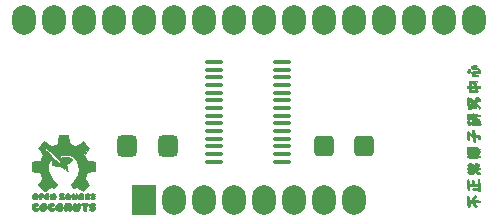
<source format=gbr>
%TF.GenerationSoftware,KiCad,Pcbnew,8.0.8-8.0.8-0~ubuntu20.04.1*%
%TF.CreationDate,2025-02-12T12:26:51+07:00*%
%TF.ProjectId,MUX-ADG706,4d55582d-4144-4473-9730-362e6b696361,rev?*%
%TF.SameCoordinates,Original*%
%TF.FileFunction,Soldermask,Top*%
%TF.FilePolarity,Negative*%
%FSLAX46Y46*%
G04 Gerber Fmt 4.6, Leading zero omitted, Abs format (unit mm)*
G04 Created by KiCad (PCBNEW 8.0.8-8.0.8-0~ubuntu20.04.1) date 2025-02-12 12:26:51*
%MOMM*%
%LPD*%
G01*
G04 APERTURE LIST*
G04 Aperture macros list*
%AMRoundRect*
0 Rectangle with rounded corners*
0 $1 Rounding radius*
0 $2 $3 $4 $5 $6 $7 $8 $9 X,Y pos of 4 corners*
0 Add a 4 corners polygon primitive as box body*
4,1,4,$2,$3,$4,$5,$6,$7,$8,$9,$2,$3,0*
0 Add four circle primitives for the rounded corners*
1,1,$1+$1,$2,$3*
1,1,$1+$1,$4,$5*
1,1,$1+$1,$6,$7*
1,1,$1+$1,$8,$9*
0 Add four rect primitives between the rounded corners*
20,1,$1+$1,$2,$3,$4,$5,0*
20,1,$1+$1,$4,$5,$6,$7,0*
20,1,$1+$1,$6,$7,$8,$9,0*
20,1,$1+$1,$8,$9,$2,$3,0*%
G04 Aperture macros list end*
%ADD10C,0.010000*%
%ADD11RoundRect,0.309434X-0.510566X-0.590566X0.510566X-0.590566X0.510566X0.590566X-0.510566X0.590566X0*%
%ADD12RoundRect,0.315385X-0.504615X-0.559615X0.504615X-0.559615X0.504615X0.559615X-0.504615X0.559615X0*%
%ADD13RoundRect,0.102500X-0.632500X-0.102500X0.632500X-0.102500X0.632500X0.102500X-0.632500X0.102500X0*%
%ADD14O,2.000000X2.500000*%
%ADD15R,2.000000X2.500000*%
G04 APERTURE END LIST*
D10*
%TO.C,Ref\u002A\u002A*%
X130075587Y-97554210D02*
X130090333Y-97578334D01*
X130054030Y-97609887D01*
X129982001Y-97620667D01*
X129909976Y-97607229D01*
X129899833Y-97578334D01*
X129959543Y-97542771D01*
X130008165Y-97536000D01*
X130075587Y-97554210D01*
G36*
X130075587Y-97554210D02*
G01*
X130090333Y-97578334D01*
X130054030Y-97609887D01*
X129982001Y-97620667D01*
X129909976Y-97607229D01*
X129899833Y-97578334D01*
X129959543Y-97542771D01*
X130008165Y-97536000D01*
X130075587Y-97554210D01*
G37*
X129729348Y-97618803D02*
X129728673Y-97671516D01*
X129705954Y-97763295D01*
X129671914Y-97862175D01*
X129637276Y-97936189D01*
X129616243Y-97955991D01*
X129571220Y-97939494D01*
X129550583Y-97931297D01*
X129502450Y-97873699D01*
X129516388Y-97762852D01*
X129546795Y-97686159D01*
X129609782Y-97600750D01*
X129679923Y-97580247D01*
X129729348Y-97618803D01*
G36*
X129729348Y-97618803D02*
G01*
X129728673Y-97671516D01*
X129705954Y-97763295D01*
X129671914Y-97862175D01*
X129637276Y-97936189D01*
X129616243Y-97955991D01*
X129571220Y-97939494D01*
X129550583Y-97931297D01*
X129502450Y-97873699D01*
X129516388Y-97762852D01*
X129546795Y-97686159D01*
X129609782Y-97600750D01*
X129679923Y-97580247D01*
X129729348Y-97618803D01*
G37*
X129994055Y-98049899D02*
X130117940Y-98063381D01*
X130294056Y-98092078D01*
X130393166Y-98127773D01*
X130422874Y-98174271D01*
X130410113Y-98209645D01*
X130383105Y-98236860D01*
X130333169Y-98247415D01*
X130240740Y-98241783D01*
X130086254Y-98220442D01*
X130069576Y-98217910D01*
X129944197Y-98183551D01*
X129888941Y-98125737D01*
X129885517Y-98112688D01*
X129884298Y-98069232D01*
X129914393Y-98049593D01*
X129994055Y-98049899D01*
G36*
X129994055Y-98049899D02*
G01*
X130117940Y-98063381D01*
X130294056Y-98092078D01*
X130393166Y-98127773D01*
X130422874Y-98174271D01*
X130410113Y-98209645D01*
X130383105Y-98236860D01*
X130333169Y-98247415D01*
X130240740Y-98241783D01*
X130086254Y-98220442D01*
X130069576Y-98217910D01*
X129944197Y-98183551D01*
X129888941Y-98125737D01*
X129885517Y-98112688D01*
X129884298Y-98069232D01*
X129914393Y-98049593D01*
X129994055Y-98049899D01*
G37*
X130230384Y-97292147D02*
X130267180Y-97314914D01*
X130297758Y-97358348D01*
X130280615Y-97393111D01*
X130204139Y-97427596D01*
X130056720Y-97470196D01*
X130049837Y-97472015D01*
X129920362Y-97502824D01*
X129849659Y-97507325D01*
X129815894Y-97485114D01*
X129807395Y-97467513D01*
X129794106Y-97419093D01*
X129811659Y-97386466D01*
X129876775Y-97357715D01*
X130006173Y-97320919D01*
X130017176Y-97317974D01*
X130151201Y-97288935D01*
X130230384Y-97292147D01*
G36*
X130230384Y-97292147D02*
G01*
X130267180Y-97314914D01*
X130297758Y-97358348D01*
X130280615Y-97393111D01*
X130204139Y-97427596D01*
X130056720Y-97470196D01*
X130049837Y-97472015D01*
X129920362Y-97502824D01*
X129849659Y-97507325D01*
X129815894Y-97485114D01*
X129807395Y-97467513D01*
X129794106Y-97419093D01*
X129811659Y-97386466D01*
X129876775Y-97357715D01*
X130006173Y-97320919D01*
X130017176Y-97317974D01*
X130151201Y-97288935D01*
X130230384Y-97292147D01*
G37*
X93093369Y-109001740D02*
X93160210Y-109087500D01*
X93161214Y-109164347D01*
X93103374Y-109209628D01*
X93029094Y-109209944D01*
X92935044Y-109216236D01*
X92902621Y-109250905D01*
X92882581Y-109335031D01*
X92916940Y-109373164D01*
X93019116Y-109378282D01*
X93033471Y-109377484D01*
X93156578Y-109387142D01*
X93204771Y-109432819D01*
X93175796Y-109510592D01*
X93135979Y-109556021D01*
X93008340Y-109630460D01*
X92865473Y-109632331D01*
X92734592Y-109562328D01*
X92717379Y-109545355D01*
X92638928Y-109405429D01*
X92626677Y-109243675D01*
X92679940Y-109090169D01*
X92729242Y-109027576D01*
X92854575Y-108940385D01*
X92978401Y-108936566D01*
X93093369Y-109001740D01*
G36*
X93093369Y-109001740D02*
G01*
X93160210Y-109087500D01*
X93161214Y-109164347D01*
X93103374Y-109209628D01*
X93029094Y-109209944D01*
X92935044Y-109216236D01*
X92902621Y-109250905D01*
X92882581Y-109335031D01*
X92916940Y-109373164D01*
X93019116Y-109378282D01*
X93033471Y-109377484D01*
X93156578Y-109387142D01*
X93204771Y-109432819D01*
X93175796Y-109510592D01*
X93135979Y-109556021D01*
X93008340Y-109630460D01*
X92865473Y-109632331D01*
X92734592Y-109562328D01*
X92717379Y-109545355D01*
X92638928Y-109405429D01*
X92626677Y-109243675D01*
X92679940Y-109090169D01*
X92729242Y-109027576D01*
X92854575Y-108940385D01*
X92978401Y-108936566D01*
X93093369Y-109001740D01*
G37*
X94448036Y-109001740D02*
X94515285Y-109087855D01*
X94515904Y-109164559D01*
X94457043Y-109209479D01*
X94381640Y-109209538D01*
X94303050Y-109207630D01*
X94277406Y-109257071D01*
X94276333Y-109285029D01*
X94290191Y-109351683D01*
X94348236Y-109374551D01*
X94409406Y-109374409D01*
X94521701Y-109388638D01*
X94559247Y-109440938D01*
X94519133Y-109524803D01*
X94490646Y-109556021D01*
X94363007Y-109630460D01*
X94220140Y-109632331D01*
X94089259Y-109562328D01*
X94072046Y-109545355D01*
X93993594Y-109405429D01*
X93981344Y-109243675D01*
X94034606Y-109090169D01*
X94083909Y-109027576D01*
X94209242Y-108940385D01*
X94333067Y-108936566D01*
X94448036Y-109001740D01*
G36*
X94448036Y-109001740D02*
G01*
X94515285Y-109087855D01*
X94515904Y-109164559D01*
X94457043Y-109209479D01*
X94381640Y-109209538D01*
X94303050Y-109207630D01*
X94277406Y-109257071D01*
X94276333Y-109285029D01*
X94290191Y-109351683D01*
X94348236Y-109374551D01*
X94409406Y-109374409D01*
X94521701Y-109388638D01*
X94559247Y-109440938D01*
X94519133Y-109524803D01*
X94490646Y-109556021D01*
X94363007Y-109630460D01*
X94220140Y-109632331D01*
X94089259Y-109562328D01*
X94072046Y-109545355D01*
X93993594Y-109405429D01*
X93981344Y-109243675D01*
X94034606Y-109090169D01*
X94083909Y-109027576D01*
X94209242Y-108940385D01*
X94333067Y-108936566D01*
X94448036Y-109001740D01*
G37*
X95710864Y-108137694D02*
X95792173Y-108191146D01*
X95879040Y-108295145D01*
X95921677Y-108426681D01*
X95912932Y-108552753D01*
X95882705Y-108608932D01*
X95788266Y-108664114D01*
X95664093Y-108668610D01*
X95545183Y-108626302D01*
X95479142Y-108564142D01*
X95432799Y-108427441D01*
X95642097Y-108427441D01*
X95649887Y-108454312D01*
X95691761Y-108497761D01*
X95712896Y-108459156D01*
X95715667Y-108407200D01*
X95705295Y-108345784D01*
X95669538Y-108360202D01*
X95668555Y-108361178D01*
X95642097Y-108427441D01*
X95432799Y-108427441D01*
X95432063Y-108425272D01*
X95463387Y-108290049D01*
X95568419Y-108178349D01*
X95570595Y-108176913D01*
X95649983Y-108132967D01*
X95710864Y-108137694D01*
G36*
X95710864Y-108137694D02*
G01*
X95792173Y-108191146D01*
X95879040Y-108295145D01*
X95921677Y-108426681D01*
X95912932Y-108552753D01*
X95882705Y-108608932D01*
X95788266Y-108664114D01*
X95664093Y-108668610D01*
X95545183Y-108626302D01*
X95479142Y-108564142D01*
X95432799Y-108427441D01*
X95642097Y-108427441D01*
X95649887Y-108454312D01*
X95691761Y-108497761D01*
X95712896Y-108459156D01*
X95715667Y-108407200D01*
X95705295Y-108345784D01*
X95669538Y-108360202D01*
X95668555Y-108361178D01*
X95642097Y-108427441D01*
X95432799Y-108427441D01*
X95432063Y-108425272D01*
X95463387Y-108290049D01*
X95568419Y-108178349D01*
X95570595Y-108176913D01*
X95649983Y-108132967D01*
X95710864Y-108137694D01*
G37*
X97471777Y-108172679D02*
X97526798Y-108230223D01*
X97528906Y-108300904D01*
X97501082Y-108340518D01*
X97440519Y-108362043D01*
X97389627Y-108332489D01*
X97342532Y-108305095D01*
X97325786Y-108342672D01*
X97324333Y-108390806D01*
X97332126Y-108468077D01*
X97368862Y-108476855D01*
X97409628Y-108457664D01*
X97481370Y-108434560D01*
X97518568Y-108473733D01*
X97519990Y-108477341D01*
X97528101Y-108583820D01*
X97465256Y-108651558D01*
X97371019Y-108669667D01*
X97256706Y-108647883D01*
X97179190Y-108603143D01*
X97123819Y-108495368D01*
X97117130Y-108358625D01*
X97157586Y-108232110D01*
X97195627Y-108184377D01*
X97285553Y-108139206D01*
X97384482Y-108138824D01*
X97471777Y-108172679D01*
G36*
X97471777Y-108172679D02*
G01*
X97526798Y-108230223D01*
X97528906Y-108300904D01*
X97501082Y-108340518D01*
X97440519Y-108362043D01*
X97389627Y-108332489D01*
X97342532Y-108305095D01*
X97325786Y-108342672D01*
X97324333Y-108390806D01*
X97332126Y-108468077D01*
X97368862Y-108476855D01*
X97409628Y-108457664D01*
X97481370Y-108434560D01*
X97518568Y-108473733D01*
X97519990Y-108477341D01*
X97528101Y-108583820D01*
X97465256Y-108651558D01*
X97371019Y-108669667D01*
X97256706Y-108647883D01*
X97179190Y-108603143D01*
X97123819Y-108495368D01*
X97117130Y-108358625D01*
X97157586Y-108232110D01*
X97195627Y-108184377D01*
X97285553Y-108139206D01*
X97384482Y-108138824D01*
X97471777Y-108172679D01*
G37*
X94597726Y-108164898D02*
X94641110Y-108247648D01*
X94652906Y-108372849D01*
X94635890Y-108505573D01*
X94592843Y-108610892D01*
X94559604Y-108644164D01*
X94486995Y-108665946D01*
X94427027Y-108615506D01*
X94380994Y-108566116D01*
X94353851Y-108586583D01*
X94346168Y-108604923D01*
X94290798Y-108660589D01*
X94216216Y-108661104D01*
X94166500Y-108611010D01*
X94155394Y-108534232D01*
X94154765Y-108412884D01*
X94157246Y-108367958D01*
X94175424Y-108244187D01*
X94213303Y-108183473D01*
X94252368Y-108168012D01*
X94340790Y-108186483D01*
X94389952Y-108228655D01*
X94432164Y-108278281D01*
X94445094Y-108258418D01*
X94445667Y-108235756D01*
X94474433Y-108153574D01*
X94543714Y-108136267D01*
X94597726Y-108164898D01*
G36*
X94597726Y-108164898D02*
G01*
X94641110Y-108247648D01*
X94652906Y-108372849D01*
X94635890Y-108505573D01*
X94592843Y-108610892D01*
X94559604Y-108644164D01*
X94486995Y-108665946D01*
X94427027Y-108615506D01*
X94380994Y-108566116D01*
X94353851Y-108586583D01*
X94346168Y-108604923D01*
X94290798Y-108660589D01*
X94216216Y-108661104D01*
X94166500Y-108611010D01*
X94155394Y-108534232D01*
X94154765Y-108412884D01*
X94157246Y-108367958D01*
X94175424Y-108244187D01*
X94213303Y-108183473D01*
X94252368Y-108168012D01*
X94340790Y-108186483D01*
X94389952Y-108228655D01*
X94432164Y-108278281D01*
X94445094Y-108258418D01*
X94445667Y-108235756D01*
X94474433Y-108153574D01*
X94543714Y-108136267D01*
X94597726Y-108164898D01*
G37*
X95090555Y-108994454D02*
X95186972Y-109079892D01*
X95233201Y-109187898D01*
X95256194Y-109362395D01*
X95225924Y-109488103D01*
X95158096Y-109569250D01*
X95021660Y-109635244D01*
X94870874Y-109628962D01*
X94732374Y-109552215D01*
X94718909Y-109539424D01*
X94636673Y-109414486D01*
X94615000Y-109312300D01*
X94621571Y-109281002D01*
X94911333Y-109281002D01*
X94925519Y-109361747D01*
X94953667Y-109389334D01*
X94988403Y-109353989D01*
X94996000Y-109307165D01*
X94976561Y-109226124D01*
X94953667Y-109198834D01*
X94922275Y-109213821D01*
X94911333Y-109281002D01*
X94621571Y-109281002D01*
X94646558Y-109162006D01*
X94728698Y-109051290D01*
X94842613Y-108983936D01*
X94969500Y-108963730D01*
X95090555Y-108994454D01*
G36*
X95090555Y-108994454D02*
G01*
X95186972Y-109079892D01*
X95233201Y-109187898D01*
X95256194Y-109362395D01*
X95225924Y-109488103D01*
X95158096Y-109569250D01*
X95021660Y-109635244D01*
X94870874Y-109628962D01*
X94732374Y-109552215D01*
X94718909Y-109539424D01*
X94636673Y-109414486D01*
X94615000Y-109312300D01*
X94621571Y-109281002D01*
X94911333Y-109281002D01*
X94925519Y-109361747D01*
X94953667Y-109389334D01*
X94988403Y-109353989D01*
X94996000Y-109307165D01*
X94976561Y-109226124D01*
X94953667Y-109198834D01*
X94922275Y-109213821D01*
X94911333Y-109281002D01*
X94621571Y-109281002D01*
X94646558Y-109162006D01*
X94728698Y-109051290D01*
X94842613Y-108983936D01*
X94969500Y-108963730D01*
X95090555Y-108994454D01*
G37*
X95249098Y-108144637D02*
X95320221Y-108189941D01*
X95334667Y-108230911D01*
X95308261Y-108279545D01*
X95250000Y-108276401D01*
X95178676Y-108270596D01*
X95173158Y-108298294D01*
X95229882Y-108344460D01*
X95271167Y-108365631D01*
X95356804Y-108440057D01*
X95372366Y-108537542D01*
X95326200Y-108618867D01*
X95251759Y-108653021D01*
X95140994Y-108668773D01*
X95035398Y-108663401D01*
X94981889Y-108641445D01*
X94955621Y-108577504D01*
X94953667Y-108553925D01*
X94979713Y-108514410D01*
X95048917Y-108523454D01*
X95144167Y-108552281D01*
X95048917Y-108461158D01*
X94969680Y-108349114D01*
X94964235Y-108245220D01*
X95032920Y-108164857D01*
X95042276Y-108159557D01*
X95146085Y-108131979D01*
X95249098Y-108144637D01*
G36*
X95249098Y-108144637D02*
G01*
X95320221Y-108189941D01*
X95334667Y-108230911D01*
X95308261Y-108279545D01*
X95250000Y-108276401D01*
X95178676Y-108270596D01*
X95173158Y-108298294D01*
X95229882Y-108344460D01*
X95271167Y-108365631D01*
X95356804Y-108440057D01*
X95372366Y-108537542D01*
X95326200Y-108618867D01*
X95251759Y-108653021D01*
X95140994Y-108668773D01*
X95035398Y-108663401D01*
X94981889Y-108641445D01*
X94955621Y-108577504D01*
X94953667Y-108553925D01*
X94979713Y-108514410D01*
X95048917Y-108523454D01*
X95144167Y-108552281D01*
X95048917Y-108461158D01*
X94969680Y-108349114D01*
X94964235Y-108245220D01*
X95032920Y-108164857D01*
X95042276Y-108159557D01*
X95146085Y-108131979D01*
X95249098Y-108144637D01*
G37*
X96470661Y-108182494D02*
X96493299Y-108213467D01*
X96515690Y-108291734D01*
X96496017Y-108407313D01*
X96476746Y-108467467D01*
X96430392Y-108581171D01*
X96377601Y-108636778D01*
X96291425Y-108658337D01*
X96259439Y-108661399D01*
X96139129Y-108657078D01*
X96062088Y-108609435D01*
X96037189Y-108577896D01*
X95982673Y-108451736D01*
X95980561Y-108325290D01*
X96024730Y-108222151D01*
X96109058Y-108165913D01*
X96145201Y-108161667D01*
X96202029Y-108171947D01*
X96217812Y-108218717D01*
X96205293Y-108309834D01*
X96195712Y-108418847D01*
X96213991Y-108454487D01*
X96248390Y-108418217D01*
X96287168Y-108311497D01*
X96290284Y-108299250D01*
X96338394Y-108183163D01*
X96401417Y-108143019D01*
X96470661Y-108182494D01*
G36*
X96470661Y-108182494D02*
G01*
X96493299Y-108213467D01*
X96515690Y-108291734D01*
X96496017Y-108407313D01*
X96476746Y-108467467D01*
X96430392Y-108581171D01*
X96377601Y-108636778D01*
X96291425Y-108658337D01*
X96259439Y-108661399D01*
X96139129Y-108657078D01*
X96062088Y-108609435D01*
X96037189Y-108577896D01*
X95982673Y-108451736D01*
X95980561Y-108325290D01*
X96024730Y-108222151D01*
X96109058Y-108165913D01*
X96145201Y-108161667D01*
X96202029Y-108171947D01*
X96217812Y-108218717D01*
X96205293Y-108309834D01*
X96195712Y-108418847D01*
X96213991Y-108454487D01*
X96248390Y-108418217D01*
X96287168Y-108311497D01*
X96290284Y-108299250D01*
X96338394Y-108183163D01*
X96401417Y-108143019D01*
X96470661Y-108182494D01*
G37*
X96657583Y-108973210D02*
X96711595Y-109044049D01*
X96731935Y-109165850D01*
X96719107Y-109312111D01*
X96673614Y-109456331D01*
X96647464Y-109505750D01*
X96539754Y-109613913D01*
X96404261Y-109650033D01*
X96259350Y-109613049D01*
X96153100Y-109534282D01*
X96081709Y-109446077D01*
X96059400Y-109353318D01*
X96067110Y-109253291D01*
X96107285Y-109097688D01*
X96168962Y-109001237D01*
X96238006Y-108966721D01*
X96300286Y-108996918D01*
X96341667Y-109094611D01*
X96350667Y-109197505D01*
X96359789Y-109330483D01*
X96382566Y-109382454D01*
X96412112Y-109354550D01*
X96441540Y-109247902D01*
X96452082Y-109180849D01*
X96484530Y-109031123D01*
X96536038Y-108958096D01*
X96613643Y-108954657D01*
X96657583Y-108973210D01*
G36*
X96657583Y-108973210D02*
G01*
X96711595Y-109044049D01*
X96731935Y-109165850D01*
X96719107Y-109312111D01*
X96673614Y-109456331D01*
X96647464Y-109505750D01*
X96539754Y-109613913D01*
X96404261Y-109650033D01*
X96259350Y-109613049D01*
X96153100Y-109534282D01*
X96081709Y-109446077D01*
X96059400Y-109353318D01*
X96067110Y-109253291D01*
X96107285Y-109097688D01*
X96168962Y-109001237D01*
X96238006Y-108966721D01*
X96300286Y-108996918D01*
X96341667Y-109094611D01*
X96350667Y-109197505D01*
X96359789Y-109330483D01*
X96382566Y-109382454D01*
X96412112Y-109354550D01*
X96441540Y-109247902D01*
X96452082Y-109180849D01*
X96484530Y-109031123D01*
X96536038Y-108958096D01*
X96613643Y-108954657D01*
X96657583Y-108973210D01*
G37*
X97888465Y-108163076D02*
X97945056Y-108188589D01*
X97947671Y-108193417D01*
X97931109Y-108238772D01*
X97899361Y-108246334D01*
X97840797Y-108268138D01*
X97832333Y-108288667D01*
X97867789Y-108323062D01*
X97917000Y-108331000D01*
X97989065Y-108353760D01*
X97992426Y-108402583D01*
X97934617Y-108444053D01*
X97893474Y-108474054D01*
X97919619Y-108501952D01*
X97951608Y-108562933D01*
X97945664Y-108601894D01*
X97888510Y-108649813D01*
X97790801Y-108669251D01*
X97692544Y-108657768D01*
X97637727Y-108620690D01*
X97621711Y-108555701D01*
X97612571Y-108445436D01*
X97610921Y-108323504D01*
X97617372Y-108223511D01*
X97629709Y-108180847D01*
X97692795Y-108157703D01*
X97791713Y-108152280D01*
X97888465Y-108163076D01*
G36*
X97888465Y-108163076D02*
G01*
X97945056Y-108188589D01*
X97947671Y-108193417D01*
X97931109Y-108238772D01*
X97899361Y-108246334D01*
X97840797Y-108268138D01*
X97832333Y-108288667D01*
X97867789Y-108323062D01*
X97917000Y-108331000D01*
X97989065Y-108353760D01*
X97992426Y-108402583D01*
X97934617Y-108444053D01*
X97893474Y-108474054D01*
X97919619Y-108501952D01*
X97951608Y-108562933D01*
X97945664Y-108601894D01*
X97888510Y-108649813D01*
X97790801Y-108669251D01*
X97692544Y-108657768D01*
X97637727Y-108620690D01*
X97621711Y-108555701D01*
X97612571Y-108445436D01*
X97610921Y-108323504D01*
X97617372Y-108223511D01*
X97629709Y-108180847D01*
X97692795Y-108157703D01*
X97791713Y-108152280D01*
X97888465Y-108163076D01*
G37*
X130436285Y-97515083D02*
X130518382Y-97591901D01*
X130553831Y-97736251D01*
X130556000Y-97798091D01*
X130556000Y-97959334D01*
X130179529Y-97959334D01*
X129989374Y-97956189D01*
X129868807Y-97945181D01*
X129802926Y-97923950D01*
X129778691Y-97895834D01*
X129779062Y-97862976D01*
X129821193Y-97843579D01*
X129919807Y-97834439D01*
X130070495Y-97832334D01*
X130231576Y-97831001D01*
X130325864Y-97823016D01*
X130371231Y-97802396D01*
X130385546Y-97763159D01*
X130386667Y-97726500D01*
X130373502Y-97651598D01*
X130316952Y-97623595D01*
X130256139Y-97620667D01*
X130163674Y-97605472D01*
X130141833Y-97570343D01*
X130184429Y-97530958D01*
X130285274Y-97502999D01*
X130303391Y-97500918D01*
X130436285Y-97515083D01*
G36*
X130436285Y-97515083D02*
G01*
X130518382Y-97591901D01*
X130553831Y-97736251D01*
X130556000Y-97798091D01*
X130556000Y-97959334D01*
X130179529Y-97959334D01*
X129989374Y-97956189D01*
X129868807Y-97945181D01*
X129802926Y-97923950D01*
X129778691Y-97895834D01*
X129779062Y-97862976D01*
X129821193Y-97843579D01*
X129919807Y-97834439D01*
X130070495Y-97832334D01*
X130231576Y-97831001D01*
X130325864Y-97823016D01*
X130371231Y-97802396D01*
X130385546Y-97763159D01*
X130386667Y-97726500D01*
X130373502Y-97651598D01*
X130316952Y-97623595D01*
X130256139Y-97620667D01*
X130163674Y-97605472D01*
X130141833Y-97570343D01*
X130184429Y-97530958D01*
X130285274Y-97502999D01*
X130303391Y-97500918D01*
X130436285Y-97515083D01*
G37*
X97230004Y-108964125D02*
X97317879Y-108985118D01*
X97387789Y-109034967D01*
X97409239Y-109104173D01*
X97380821Y-109161420D01*
X97326545Y-109177667D01*
X97276869Y-109190544D01*
X97248969Y-109242435D01*
X97234322Y-109353226D01*
X97231295Y-109399917D01*
X97218549Y-109533066D01*
X97193938Y-109603062D01*
X97148211Y-109631376D01*
X97130129Y-109634793D01*
X97033600Y-109616862D01*
X96988023Y-109582673D01*
X96955227Y-109494972D01*
X96949183Y-109364141D01*
X96950513Y-109347797D01*
X96950845Y-109226753D01*
X96923173Y-109178276D01*
X96917885Y-109177667D01*
X96851022Y-109148283D01*
X96820995Y-109119784D01*
X96805144Y-109057220D01*
X96855931Y-109005544D01*
X96955545Y-108969585D01*
X97086173Y-108954170D01*
X97230004Y-108964125D01*
G36*
X97230004Y-108964125D02*
G01*
X97317879Y-108985118D01*
X97387789Y-109034967D01*
X97409239Y-109104173D01*
X97380821Y-109161420D01*
X97326545Y-109177667D01*
X97276869Y-109190544D01*
X97248969Y-109242435D01*
X97234322Y-109353226D01*
X97231295Y-109399917D01*
X97218549Y-109533066D01*
X97193938Y-109603062D01*
X97148211Y-109631376D01*
X97130129Y-109634793D01*
X97033600Y-109616862D01*
X96988023Y-109582673D01*
X96955227Y-109494972D01*
X96949183Y-109364141D01*
X96950513Y-109347797D01*
X96950845Y-109226753D01*
X96923173Y-109178276D01*
X96917885Y-109177667D01*
X96851022Y-109148283D01*
X96820995Y-109119784D01*
X96805144Y-109057220D01*
X96855931Y-109005544D01*
X96955545Y-108969585D01*
X97086173Y-108954170D01*
X97230004Y-108964125D01*
G37*
X93725072Y-109004188D02*
X93830117Y-109107971D01*
X93887983Y-109262533D01*
X93895333Y-109350309D01*
X93861135Y-109496793D01*
X93771875Y-109596988D01*
X93647555Y-109643774D01*
X93508175Y-109630027D01*
X93373738Y-109548625D01*
X93364242Y-109539424D01*
X93277402Y-109398274D01*
X93272291Y-109304667D01*
X93556667Y-109304667D01*
X93567939Y-109390719D01*
X93596985Y-109411623D01*
X93599000Y-109410500D01*
X93634932Y-109350615D01*
X93641333Y-109304667D01*
X93621313Y-109224670D01*
X93599000Y-109198834D01*
X93569167Y-109215544D01*
X93556706Y-109298409D01*
X93556667Y-109304667D01*
X93272291Y-109304667D01*
X93268566Y-109236446D01*
X93309004Y-109121967D01*
X93380132Y-109021161D01*
X93473807Y-108975684D01*
X93585344Y-108966648D01*
X93725072Y-109004188D01*
G36*
X93725072Y-109004188D02*
G01*
X93830117Y-109107971D01*
X93887983Y-109262533D01*
X93895333Y-109350309D01*
X93861135Y-109496793D01*
X93771875Y-109596988D01*
X93647555Y-109643774D01*
X93508175Y-109630027D01*
X93373738Y-109548625D01*
X93364242Y-109539424D01*
X93277402Y-109398274D01*
X93272291Y-109304667D01*
X93556667Y-109304667D01*
X93567939Y-109390719D01*
X93596985Y-109411623D01*
X93599000Y-109410500D01*
X93634932Y-109350615D01*
X93641333Y-109304667D01*
X93621313Y-109224670D01*
X93599000Y-109198834D01*
X93569167Y-109215544D01*
X93556706Y-109298409D01*
X93556667Y-109304667D01*
X93272291Y-109304667D01*
X93268566Y-109236446D01*
X93309004Y-109121967D01*
X93380132Y-109021161D01*
X93473807Y-108975684D01*
X93585344Y-108966648D01*
X93725072Y-109004188D01*
G37*
X95578042Y-108988602D02*
X95649766Y-109060086D01*
X95715667Y-109154172D01*
X95715667Y-109057274D01*
X95729939Y-108988196D01*
X95789503Y-108970469D01*
X95832083Y-108973772D01*
X95906940Y-108993373D01*
X95950299Y-109045925D01*
X95980055Y-109155389D01*
X95984351Y-109177667D01*
X95996553Y-109344323D01*
X95972649Y-109484250D01*
X95921162Y-109584961D01*
X95850612Y-109633970D01*
X95769521Y-109618790D01*
X95716475Y-109570178D01*
X95662196Y-109510850D01*
X95627893Y-109516594D01*
X95595711Y-109563119D01*
X95517814Y-109633872D01*
X95435159Y-109625703D01*
X95378489Y-109561450D01*
X95351228Y-109468945D01*
X95335894Y-109336266D01*
X95334667Y-109289307D01*
X95355852Y-109129303D01*
X95411441Y-109020057D01*
X95489488Y-108970259D01*
X95578042Y-108988602D01*
G36*
X95578042Y-108988602D02*
G01*
X95649766Y-109060086D01*
X95715667Y-109154172D01*
X95715667Y-109057274D01*
X95729939Y-108988196D01*
X95789503Y-108970469D01*
X95832083Y-108973772D01*
X95906940Y-108993373D01*
X95950299Y-109045925D01*
X95980055Y-109155389D01*
X95984351Y-109177667D01*
X95996553Y-109344323D01*
X95972649Y-109484250D01*
X95921162Y-109584961D01*
X95850612Y-109633970D01*
X95769521Y-109618790D01*
X95716475Y-109570178D01*
X95662196Y-109510850D01*
X95627893Y-109516594D01*
X95595711Y-109563119D01*
X95517814Y-109633872D01*
X95435159Y-109625703D01*
X95378489Y-109561450D01*
X95351228Y-109468945D01*
X95335894Y-109336266D01*
X95334667Y-109289307D01*
X95355852Y-109129303D01*
X95411441Y-109020057D01*
X95489488Y-108970259D01*
X95578042Y-108988602D01*
G37*
X97916656Y-108999543D02*
X97978407Y-109058250D01*
X97976127Y-109099481D01*
X97942513Y-109131726D01*
X97873384Y-109166278D01*
X97811167Y-109135334D01*
X97760180Y-109108594D01*
X97747667Y-109121023D01*
X97780564Y-109166620D01*
X97860658Y-109226056D01*
X97869567Y-109231421D01*
X97971857Y-109319444D01*
X98021044Y-109419893D01*
X98007061Y-109505310D01*
X97911585Y-109587319D01*
X97777359Y-109631245D01*
X97637967Y-109632180D01*
X97526992Y-109585216D01*
X97517857Y-109576810D01*
X97458305Y-109496468D01*
X97476105Y-109448719D01*
X97572813Y-109430345D01*
X97588917Y-109429972D01*
X97726500Y-109428277D01*
X97612990Y-109366643D01*
X97498826Y-109274066D01*
X97465497Y-109169356D01*
X97514456Y-109061025D01*
X97554103Y-109021397D01*
X97685847Y-108939204D01*
X97806874Y-108936653D01*
X97916656Y-108999543D01*
G36*
X97916656Y-108999543D02*
G01*
X97978407Y-109058250D01*
X97976127Y-109099481D01*
X97942513Y-109131726D01*
X97873384Y-109166278D01*
X97811167Y-109135334D01*
X97760180Y-109108594D01*
X97747667Y-109121023D01*
X97780564Y-109166620D01*
X97860658Y-109226056D01*
X97869567Y-109231421D01*
X97971857Y-109319444D01*
X98021044Y-109419893D01*
X98007061Y-109505310D01*
X97911585Y-109587319D01*
X97777359Y-109631245D01*
X97637967Y-109632180D01*
X97526992Y-109585216D01*
X97517857Y-109576810D01*
X97458305Y-109496468D01*
X97476105Y-109448719D01*
X97572813Y-109430345D01*
X97588917Y-109429972D01*
X97726500Y-109428277D01*
X97612990Y-109366643D01*
X97498826Y-109274066D01*
X97465497Y-109169356D01*
X97514456Y-109061025D01*
X97554103Y-109021397D01*
X97685847Y-108939204D01*
X97806874Y-108936653D01*
X97916656Y-108999543D01*
G37*
X96901000Y-108148349D02*
X96963666Y-108179700D01*
X96996385Y-108234367D01*
X97009733Y-108337137D01*
X97012327Y-108409350D01*
X97001855Y-108570281D01*
X96961650Y-108655159D01*
X96893093Y-108662274D01*
X96836961Y-108626886D01*
X96784799Y-108598768D01*
X96774000Y-108622150D01*
X96740256Y-108658880D01*
X96667588Y-108669145D01*
X96598841Y-108648439D01*
X96590555Y-108641445D01*
X96574039Y-108585771D01*
X96563879Y-108476084D01*
X96562333Y-108407563D01*
X96565451Y-108331000D01*
X96774000Y-108331000D01*
X96789489Y-108365845D01*
X96802222Y-108359222D01*
X96807289Y-108308983D01*
X96802222Y-108302778D01*
X96777055Y-108308589D01*
X96774000Y-108331000D01*
X96565451Y-108331000D01*
X96567506Y-108280566D01*
X96591525Y-108210556D01*
X96647146Y-108170072D01*
X96678750Y-108156899D01*
X96825868Y-108134282D01*
X96901000Y-108148349D01*
G36*
X96901000Y-108148349D02*
G01*
X96963666Y-108179700D01*
X96996385Y-108234367D01*
X97009733Y-108337137D01*
X97012327Y-108409350D01*
X97001855Y-108570281D01*
X96961650Y-108655159D01*
X96893093Y-108662274D01*
X96836961Y-108626886D01*
X96784799Y-108598768D01*
X96774000Y-108622150D01*
X96740256Y-108658880D01*
X96667588Y-108669145D01*
X96598841Y-108648439D01*
X96590555Y-108641445D01*
X96574039Y-108585771D01*
X96563879Y-108476084D01*
X96562333Y-108407563D01*
X96565451Y-108331000D01*
X96774000Y-108331000D01*
X96789489Y-108365845D01*
X96802222Y-108359222D01*
X96807289Y-108308983D01*
X96802222Y-108302778D01*
X96777055Y-108308589D01*
X96774000Y-108331000D01*
X96565451Y-108331000D01*
X96567506Y-108280566D01*
X96591525Y-108210556D01*
X96647146Y-108170072D01*
X96678750Y-108156899D01*
X96825868Y-108134282D01*
X96901000Y-108148349D01*
G37*
X130182362Y-108352296D02*
X130212405Y-108369392D01*
X130240027Y-108406085D01*
X130219652Y-108466561D01*
X130159488Y-108552656D01*
X130091209Y-108648027D01*
X130051822Y-108714375D01*
X130048000Y-108726579D01*
X130086619Y-108740714D01*
X130187661Y-108750711D01*
X130323167Y-108754334D01*
X130472082Y-108756972D01*
X130555106Y-108768726D01*
X130590947Y-108795352D01*
X130598333Y-108839000D01*
X130589198Y-108886016D01*
X130548963Y-108911571D01*
X130458387Y-108921987D01*
X130340570Y-108923667D01*
X130082807Y-108923667D01*
X130192403Y-109053915D01*
X130275639Y-109165707D01*
X130296875Y-109236604D01*
X130258792Y-109280347D01*
X130238305Y-109289433D01*
X130170862Y-109272493D01*
X130061235Y-109190776D01*
X129952555Y-109087021D01*
X129730500Y-108860167D01*
X129717704Y-109082417D01*
X129705084Y-109214827D01*
X129681530Y-109282175D01*
X129638888Y-109304021D01*
X129625048Y-109304667D01*
X129569747Y-109284444D01*
X129536594Y-109211121D01*
X129521587Y-109124750D01*
X129507576Y-108985740D01*
X129494833Y-108804856D01*
X129487243Y-108648500D01*
X129484949Y-108488001D01*
X129494367Y-108396013D01*
X129518194Y-108356860D01*
X129538264Y-108352167D01*
X129589737Y-108390450D01*
X129628001Y-108489155D01*
X129629287Y-108495222D01*
X129664880Y-108602988D01*
X129711912Y-108671835D01*
X129715689Y-108674491D01*
X129781778Y-108702044D01*
X129844886Y-108710896D01*
X129873532Y-108698860D01*
X129865689Y-108684911D01*
X129874967Y-108641567D01*
X129922727Y-108560131D01*
X129990740Y-108465377D01*
X130060775Y-108382078D01*
X130114602Y-108335010D01*
X130125640Y-108331648D01*
X130182362Y-108352296D01*
G36*
X130182362Y-108352296D02*
G01*
X130212405Y-108369392D01*
X130240027Y-108406085D01*
X130219652Y-108466561D01*
X130159488Y-108552656D01*
X130091209Y-108648027D01*
X130051822Y-108714375D01*
X130048000Y-108726579D01*
X130086619Y-108740714D01*
X130187661Y-108750711D01*
X130323167Y-108754334D01*
X130472082Y-108756972D01*
X130555106Y-108768726D01*
X130590947Y-108795352D01*
X130598333Y-108839000D01*
X130589198Y-108886016D01*
X130548963Y-108911571D01*
X130458387Y-108921987D01*
X130340570Y-108923667D01*
X130082807Y-108923667D01*
X130192403Y-109053915D01*
X130275639Y-109165707D01*
X130296875Y-109236604D01*
X130258792Y-109280347D01*
X130238305Y-109289433D01*
X130170862Y-109272493D01*
X130061235Y-109190776D01*
X129952555Y-109087021D01*
X129730500Y-108860167D01*
X129717704Y-109082417D01*
X129705084Y-109214827D01*
X129681530Y-109282175D01*
X129638888Y-109304021D01*
X129625048Y-109304667D01*
X129569747Y-109284444D01*
X129536594Y-109211121D01*
X129521587Y-109124750D01*
X129507576Y-108985740D01*
X129494833Y-108804856D01*
X129487243Y-108648500D01*
X129484949Y-108488001D01*
X129494367Y-108396013D01*
X129518194Y-108356860D01*
X129538264Y-108352167D01*
X129589737Y-108390450D01*
X129628001Y-108489155D01*
X129629287Y-108495222D01*
X129664880Y-108602988D01*
X129711912Y-108671835D01*
X129715689Y-108674491D01*
X129781778Y-108702044D01*
X129844886Y-108710896D01*
X129873532Y-108698860D01*
X129865689Y-108684911D01*
X129874967Y-108641567D01*
X129922727Y-108560131D01*
X129990740Y-108465377D01*
X130060775Y-108382078D01*
X130114602Y-108335010D01*
X130125640Y-108331648D01*
X130182362Y-108352296D01*
G37*
X130052757Y-102802557D02*
X130087847Y-102867648D01*
X130108733Y-102972142D01*
X130128920Y-103083169D01*
X130162455Y-103141773D01*
X130233881Y-103170207D01*
X130346571Y-103187808D01*
X130500710Y-103228837D01*
X130582368Y-103305609D01*
X130599793Y-103428338D01*
X130591013Y-103490582D01*
X130549592Y-103568433D01*
X130487966Y-103580243D01*
X130435540Y-103528583D01*
X130421471Y-103475766D01*
X130397456Y-103390618D01*
X130333405Y-103353000D01*
X130269559Y-103343516D01*
X130131284Y-103330199D01*
X130158971Y-103565766D01*
X130172119Y-103699866D01*
X130167692Y-103770379D01*
X130140737Y-103797439D01*
X130101039Y-103801334D01*
X130049414Y-103788276D01*
X130016912Y-103736210D01*
X129994006Y-103625794D01*
X129986331Y-103568500D01*
X129959979Y-103422067D01*
X129924639Y-103349055D01*
X129892989Y-103335667D01*
X129820644Y-103305817D01*
X129746605Y-103240417D01*
X129664472Y-103145167D01*
X129676319Y-103409827D01*
X129679628Y-103556507D01*
X129670182Y-103637176D01*
X129643869Y-103670046D01*
X129616582Y-103674411D01*
X129569093Y-103669890D01*
X129537128Y-103646083D01*
X129515504Y-103587438D01*
X129499036Y-103478401D01*
X129482543Y-103303422D01*
X129478990Y-103261584D01*
X129465430Y-103090718D01*
X129462540Y-102987286D01*
X129473778Y-102934361D01*
X129502600Y-102915019D01*
X129550337Y-102912334D01*
X129646023Y-102942862D01*
X129752929Y-103019737D01*
X129772833Y-103039334D01*
X129855098Y-103118505D01*
X129913652Y-103162880D01*
X129923720Y-103166334D01*
X129936846Y-103128831D01*
X129936607Y-103033854D01*
X129931461Y-102975834D01*
X129922436Y-102858352D01*
X129935329Y-102802338D01*
X129977497Y-102785853D01*
X129995354Y-102785334D01*
X130052757Y-102802557D01*
G36*
X130052757Y-102802557D02*
G01*
X130087847Y-102867648D01*
X130108733Y-102972142D01*
X130128920Y-103083169D01*
X130162455Y-103141773D01*
X130233881Y-103170207D01*
X130346571Y-103187808D01*
X130500710Y-103228837D01*
X130582368Y-103305609D01*
X130599793Y-103428338D01*
X130591013Y-103490582D01*
X130549592Y-103568433D01*
X130487966Y-103580243D01*
X130435540Y-103528583D01*
X130421471Y-103475766D01*
X130397456Y-103390618D01*
X130333405Y-103353000D01*
X130269559Y-103343516D01*
X130131284Y-103330199D01*
X130158971Y-103565766D01*
X130172119Y-103699866D01*
X130167692Y-103770379D01*
X130140737Y-103797439D01*
X130101039Y-103801334D01*
X130049414Y-103788276D01*
X130016912Y-103736210D01*
X129994006Y-103625794D01*
X129986331Y-103568500D01*
X129959979Y-103422067D01*
X129924639Y-103349055D01*
X129892989Y-103335667D01*
X129820644Y-103305817D01*
X129746605Y-103240417D01*
X129664472Y-103145167D01*
X129676319Y-103409827D01*
X129679628Y-103556507D01*
X129670182Y-103637176D01*
X129643869Y-103670046D01*
X129616582Y-103674411D01*
X129569093Y-103669890D01*
X129537128Y-103646083D01*
X129515504Y-103587438D01*
X129499036Y-103478401D01*
X129482543Y-103303422D01*
X129478990Y-103261584D01*
X129465430Y-103090718D01*
X129462540Y-102987286D01*
X129473778Y-102934361D01*
X129502600Y-102915019D01*
X129550337Y-102912334D01*
X129646023Y-102942862D01*
X129752929Y-103019737D01*
X129772833Y-103039334D01*
X129855098Y-103118505D01*
X129913652Y-103162880D01*
X129923720Y-103166334D01*
X129936846Y-103128831D01*
X129936607Y-103033854D01*
X129931461Y-102975834D01*
X129922436Y-102858352D01*
X129935329Y-102802338D01*
X129977497Y-102785853D01*
X129995354Y-102785334D01*
X130052757Y-102802557D01*
G37*
X130278620Y-98869500D02*
X130250053Y-99060000D01*
X130424193Y-99060000D01*
X130536887Y-99066690D01*
X130587546Y-99093911D01*
X130598333Y-99144667D01*
X130581759Y-99203021D01*
X130517055Y-99226566D01*
X130450167Y-99229334D01*
X130346300Y-99239929D01*
X130305281Y-99278548D01*
X130302000Y-99305534D01*
X130327125Y-99397609D01*
X130349954Y-99429688D01*
X130378749Y-99506601D01*
X130372450Y-99543988D01*
X130341364Y-99578532D01*
X130269904Y-99599099D01*
X130141820Y-99608638D01*
X130006995Y-99610334D01*
X129667000Y-99610334D01*
X129667000Y-99419834D01*
X129663841Y-99335167D01*
X129836333Y-99335167D01*
X129847403Y-99406738D01*
X129897219Y-99436037D01*
X129984500Y-99441000D01*
X130084699Y-99433093D01*
X130125719Y-99397510D01*
X130132667Y-99335167D01*
X130121596Y-99263596D01*
X130071781Y-99234296D01*
X129984500Y-99229334D01*
X129884301Y-99237241D01*
X129843281Y-99272823D01*
X129836333Y-99335167D01*
X129663841Y-99335167D01*
X129662613Y-99302280D01*
X129641052Y-99246584D01*
X129589712Y-99230061D01*
X129561167Y-99229334D01*
X129478176Y-99209490D01*
X129455333Y-99144667D01*
X129485267Y-99073915D01*
X129540000Y-99060000D01*
X129592910Y-99047536D01*
X129617929Y-98995779D01*
X129620407Y-98954167D01*
X129794000Y-98954167D01*
X129805070Y-99025738D01*
X129854886Y-99055037D01*
X129942167Y-99060000D01*
X130042366Y-99052093D01*
X130083385Y-99016510D01*
X130090333Y-98954167D01*
X130079263Y-98882596D01*
X130029447Y-98853296D01*
X129942167Y-98848334D01*
X129841967Y-98856241D01*
X129800948Y-98891823D01*
X129794000Y-98954167D01*
X129620407Y-98954167D01*
X129624634Y-98883185D01*
X129624667Y-98869500D01*
X129624667Y-98679000D01*
X130307188Y-98679000D01*
X130278620Y-98869500D01*
G36*
X130278620Y-98869500D02*
G01*
X130250053Y-99060000D01*
X130424193Y-99060000D01*
X130536887Y-99066690D01*
X130587546Y-99093911D01*
X130598333Y-99144667D01*
X130581759Y-99203021D01*
X130517055Y-99226566D01*
X130450167Y-99229334D01*
X130346300Y-99239929D01*
X130305281Y-99278548D01*
X130302000Y-99305534D01*
X130327125Y-99397609D01*
X130349954Y-99429688D01*
X130378749Y-99506601D01*
X130372450Y-99543988D01*
X130341364Y-99578532D01*
X130269904Y-99599099D01*
X130141820Y-99608638D01*
X130006995Y-99610334D01*
X129667000Y-99610334D01*
X129667000Y-99419834D01*
X129663841Y-99335167D01*
X129836333Y-99335167D01*
X129847403Y-99406738D01*
X129897219Y-99436037D01*
X129984500Y-99441000D01*
X130084699Y-99433093D01*
X130125719Y-99397510D01*
X130132667Y-99335167D01*
X130121596Y-99263596D01*
X130071781Y-99234296D01*
X129984500Y-99229334D01*
X129884301Y-99237241D01*
X129843281Y-99272823D01*
X129836333Y-99335167D01*
X129663841Y-99335167D01*
X129662613Y-99302280D01*
X129641052Y-99246584D01*
X129589712Y-99230061D01*
X129561167Y-99229334D01*
X129478176Y-99209490D01*
X129455333Y-99144667D01*
X129485267Y-99073915D01*
X129540000Y-99060000D01*
X129592910Y-99047536D01*
X129617929Y-98995779D01*
X129620407Y-98954167D01*
X129794000Y-98954167D01*
X129805070Y-99025738D01*
X129854886Y-99055037D01*
X129942167Y-99060000D01*
X130042366Y-99052093D01*
X130083385Y-99016510D01*
X130090333Y-98954167D01*
X130079263Y-98882596D01*
X130029447Y-98853296D01*
X129942167Y-98848334D01*
X129841967Y-98856241D01*
X129800948Y-98891823D01*
X129794000Y-98954167D01*
X129620407Y-98954167D01*
X129624634Y-98883185D01*
X129624667Y-98869500D01*
X129624667Y-98679000D01*
X130307188Y-98679000D01*
X130278620Y-98869500D01*
G37*
X130470913Y-106946401D02*
X130498699Y-106979543D01*
X130521286Y-107053697D01*
X130541132Y-107180060D01*
X130560695Y-107369830D01*
X130579831Y-107600750D01*
X130591061Y-107776635D01*
X130590146Y-107883498D01*
X130575709Y-107936296D01*
X130547706Y-107950000D01*
X130465395Y-107923667D01*
X130448050Y-107909991D01*
X130386699Y-107886532D01*
X130268969Y-107866771D01*
X130153833Y-107857075D01*
X130004020Y-107843794D01*
X129924190Y-107820320D01*
X129899858Y-107782296D01*
X129899833Y-107780667D01*
X129921432Y-107743074D01*
X129995991Y-107719568D01*
X130138154Y-107705978D01*
X130167118Y-107704493D01*
X130314065Y-107694090D01*
X130393201Y-107676811D01*
X130421376Y-107647030D01*
X130420642Y-107619827D01*
X130400877Y-107584159D01*
X130347395Y-107560776D01*
X130244278Y-107546221D01*
X130075610Y-107537037D01*
X130032541Y-107535538D01*
X129658202Y-107523242D01*
X129673489Y-107715455D01*
X129677648Y-107835658D01*
X129660869Y-107892923D01*
X129617077Y-107907665D01*
X129616306Y-107907667D01*
X129578414Y-107897860D01*
X129549586Y-107860213D01*
X129526969Y-107782384D01*
X129507710Y-107652029D01*
X129488955Y-107456807D01*
X129476834Y-107304417D01*
X129465701Y-107139651D01*
X129465602Y-107041838D01*
X129479784Y-106993626D01*
X129511494Y-106977659D01*
X129538235Y-106976334D01*
X129601975Y-106996207D01*
X129623921Y-107070376D01*
X129624667Y-107099871D01*
X129638256Y-107247509D01*
X129685518Y-107328318D01*
X129776196Y-107356685D01*
X129799029Y-107357334D01*
X129876528Y-107352212D01*
X129906644Y-107320954D01*
X129902877Y-107239724D01*
X129894923Y-107188000D01*
X129882385Y-107079656D01*
X129896863Y-107030895D01*
X129946555Y-107018754D01*
X129955367Y-107018667D01*
X130016016Y-107035638D01*
X130046286Y-107101167D01*
X130056028Y-107177417D01*
X130071066Y-107281246D01*
X130110883Y-107328965D01*
X130202462Y-107346973D01*
X130231966Y-107349547D01*
X130394766Y-107362927D01*
X130380133Y-107159849D01*
X130376968Y-107031755D01*
X130394950Y-106966154D01*
X130435472Y-106943073D01*
X130470913Y-106946401D01*
G36*
X130470913Y-106946401D02*
G01*
X130498699Y-106979543D01*
X130521286Y-107053697D01*
X130541132Y-107180060D01*
X130560695Y-107369830D01*
X130579831Y-107600750D01*
X130591061Y-107776635D01*
X130590146Y-107883498D01*
X130575709Y-107936296D01*
X130547706Y-107950000D01*
X130465395Y-107923667D01*
X130448050Y-107909991D01*
X130386699Y-107886532D01*
X130268969Y-107866771D01*
X130153833Y-107857075D01*
X130004020Y-107843794D01*
X129924190Y-107820320D01*
X129899858Y-107782296D01*
X129899833Y-107780667D01*
X129921432Y-107743074D01*
X129995991Y-107719568D01*
X130138154Y-107705978D01*
X130167118Y-107704493D01*
X130314065Y-107694090D01*
X130393201Y-107676811D01*
X130421376Y-107647030D01*
X130420642Y-107619827D01*
X130400877Y-107584159D01*
X130347395Y-107560776D01*
X130244278Y-107546221D01*
X130075610Y-107537037D01*
X130032541Y-107535538D01*
X129658202Y-107523242D01*
X129673489Y-107715455D01*
X129677648Y-107835658D01*
X129660869Y-107892923D01*
X129617077Y-107907665D01*
X129616306Y-107907667D01*
X129578414Y-107897860D01*
X129549586Y-107860213D01*
X129526969Y-107782384D01*
X129507710Y-107652029D01*
X129488955Y-107456807D01*
X129476834Y-107304417D01*
X129465701Y-107139651D01*
X129465602Y-107041838D01*
X129479784Y-106993626D01*
X129511494Y-106977659D01*
X129538235Y-106976334D01*
X129601975Y-106996207D01*
X129623921Y-107070376D01*
X129624667Y-107099871D01*
X129638256Y-107247509D01*
X129685518Y-107328318D01*
X129776196Y-107356685D01*
X129799029Y-107357334D01*
X129876528Y-107352212D01*
X129906644Y-107320954D01*
X129902877Y-107239724D01*
X129894923Y-107188000D01*
X129882385Y-107079656D01*
X129896863Y-107030895D01*
X129946555Y-107018754D01*
X129955367Y-107018667D01*
X130016016Y-107035638D01*
X130046286Y-107101167D01*
X130056028Y-107177417D01*
X130071066Y-107281246D01*
X130110883Y-107328965D01*
X130202462Y-107346973D01*
X130231966Y-107349547D01*
X130394766Y-107362927D01*
X130380133Y-107159849D01*
X130376968Y-107031755D01*
X130394950Y-106966154D01*
X130435472Y-106943073D01*
X130470913Y-106946401D01*
G37*
X93492822Y-108135974D02*
X93614457Y-108207073D01*
X93691617Y-108259295D01*
X93723156Y-108253831D01*
X93726000Y-108233531D01*
X93762390Y-108184991D01*
X93848053Y-108149511D01*
X93947724Y-108135447D01*
X94026139Y-108151157D01*
X94037350Y-108159750D01*
X94045407Y-108205319D01*
X94008245Y-108228308D01*
X93946644Y-108272527D01*
X93948849Y-108315652D01*
X94001167Y-108331000D01*
X94057942Y-108353556D01*
X94050051Y-108404504D01*
X93996533Y-108449589D01*
X93951197Y-108483581D01*
X93984813Y-108509181D01*
X94001301Y-108515694D01*
X94049686Y-108550077D01*
X94023237Y-108605071D01*
X94021917Y-108606668D01*
X93927334Y-108666449D01*
X93820576Y-108662433D01*
X93730222Y-108605035D01*
X93684851Y-108504670D01*
X93683667Y-108483400D01*
X93673662Y-108427373D01*
X93635807Y-108446629D01*
X93632867Y-108449534D01*
X93547928Y-108494269D01*
X93505867Y-108500334D01*
X93441887Y-108533775D01*
X93429667Y-108587944D01*
X93402370Y-108652787D01*
X93340109Y-108667677D01*
X93272320Y-108637620D01*
X93228445Y-108567624D01*
X93225639Y-108553250D01*
X93203995Y-108478850D01*
X93182761Y-108458000D01*
X93145424Y-108491981D01*
X93111622Y-108553250D01*
X93039071Y-108625293D01*
X92920929Y-108661288D01*
X92791727Y-108652544D01*
X92760181Y-108641702D01*
X92690807Y-108572613D01*
X92653762Y-108458263D01*
X92655716Y-108415667D01*
X92886017Y-108415667D01*
X92892670Y-108475765D01*
X92907370Y-108468584D01*
X92912961Y-108381912D01*
X92907370Y-108362750D01*
X92891918Y-108357432D01*
X92886017Y-108415667D01*
X92655716Y-108415667D01*
X92659412Y-108335159D01*
X92666688Y-108312407D01*
X92746318Y-108195801D01*
X92856482Y-108143643D01*
X92973598Y-108156593D01*
X93074086Y-108235312D01*
X93110910Y-108299979D01*
X93163896Y-108425996D01*
X93193050Y-108309834D01*
X93429667Y-108309834D01*
X93450833Y-108331000D01*
X93472000Y-108309834D01*
X93450833Y-108288667D01*
X93429667Y-108309834D01*
X93193050Y-108309834D01*
X93194304Y-108304839D01*
X93258487Y-108177460D01*
X93361979Y-108120244D01*
X93492822Y-108135974D01*
G36*
X93492822Y-108135974D02*
G01*
X93614457Y-108207073D01*
X93691617Y-108259295D01*
X93723156Y-108253831D01*
X93726000Y-108233531D01*
X93762390Y-108184991D01*
X93848053Y-108149511D01*
X93947724Y-108135447D01*
X94026139Y-108151157D01*
X94037350Y-108159750D01*
X94045407Y-108205319D01*
X94008245Y-108228308D01*
X93946644Y-108272527D01*
X93948849Y-108315652D01*
X94001167Y-108331000D01*
X94057942Y-108353556D01*
X94050051Y-108404504D01*
X93996533Y-108449589D01*
X93951197Y-108483581D01*
X93984813Y-108509181D01*
X94001301Y-108515694D01*
X94049686Y-108550077D01*
X94023237Y-108605071D01*
X94021917Y-108606668D01*
X93927334Y-108666449D01*
X93820576Y-108662433D01*
X93730222Y-108605035D01*
X93684851Y-108504670D01*
X93683667Y-108483400D01*
X93673662Y-108427373D01*
X93635807Y-108446629D01*
X93632867Y-108449534D01*
X93547928Y-108494269D01*
X93505867Y-108500334D01*
X93441887Y-108533775D01*
X93429667Y-108587944D01*
X93402370Y-108652787D01*
X93340109Y-108667677D01*
X93272320Y-108637620D01*
X93228445Y-108567624D01*
X93225639Y-108553250D01*
X93203995Y-108478850D01*
X93182761Y-108458000D01*
X93145424Y-108491981D01*
X93111622Y-108553250D01*
X93039071Y-108625293D01*
X92920929Y-108661288D01*
X92791727Y-108652544D01*
X92760181Y-108641702D01*
X92690807Y-108572613D01*
X92653762Y-108458263D01*
X92655716Y-108415667D01*
X92886017Y-108415667D01*
X92892670Y-108475765D01*
X92907370Y-108468584D01*
X92912961Y-108381912D01*
X92907370Y-108362750D01*
X92891918Y-108357432D01*
X92886017Y-108415667D01*
X92655716Y-108415667D01*
X92659412Y-108335159D01*
X92666688Y-108312407D01*
X92746318Y-108195801D01*
X92856482Y-108143643D01*
X92973598Y-108156593D01*
X93074086Y-108235312D01*
X93110910Y-108299979D01*
X93163896Y-108425996D01*
X93193050Y-108309834D01*
X93429667Y-108309834D01*
X93450833Y-108331000D01*
X93472000Y-108309834D01*
X93450833Y-108288667D01*
X93429667Y-108309834D01*
X93193050Y-108309834D01*
X93194304Y-108304839D01*
X93258487Y-108177460D01*
X93361979Y-108120244D01*
X93492822Y-108135974D01*
G37*
X130032123Y-101406062D02*
X130048000Y-101430667D01*
X130086560Y-101453216D01*
X130187291Y-101468504D01*
X130302000Y-101473000D01*
X130443864Y-101476089D01*
X130520520Y-101489660D01*
X130551330Y-101520166D01*
X130556000Y-101557667D01*
X130545894Y-101606596D01*
X130502199Y-101632085D01*
X130404851Y-101641430D01*
X130323167Y-101642334D01*
X130195647Y-101648287D01*
X130111076Y-101663645D01*
X130090333Y-101678543D01*
X130127604Y-101708570D01*
X130223512Y-101747359D01*
X130311295Y-101773824D01*
X130439977Y-101812544D01*
X130506953Y-101851369D01*
X130533357Y-101907899D01*
X130538815Y-101963304D01*
X130559378Y-102089212D01*
X130593020Y-102182739D01*
X130631918Y-102264823D01*
X130620263Y-102304924D01*
X130543840Y-102326983D01*
X130503083Y-102334193D01*
X130355059Y-102361206D01*
X130229610Y-102385714D01*
X130078605Y-102388183D01*
X129904660Y-102349027D01*
X129787018Y-102313056D01*
X129724979Y-102309065D01*
X129695954Y-102336570D01*
X129692629Y-102344471D01*
X129644412Y-102394243D01*
X129580993Y-102399677D01*
X129541564Y-102360348D01*
X129540000Y-102346125D01*
X129532041Y-102264815D01*
X129513542Y-102155625D01*
X129503013Y-102063657D01*
X129529864Y-102027892D01*
X129572512Y-102023334D01*
X129653673Y-102051090D01*
X129682309Y-102086834D01*
X129738690Y-102135159D01*
X129813838Y-102150334D01*
X130111500Y-102150334D01*
X130131054Y-102177560D01*
X130221950Y-102191124D01*
X130267751Y-102192019D01*
X130375683Y-102186619D01*
X130406524Y-102169817D01*
X130386667Y-102150334D01*
X130289780Y-102115203D01*
X130186049Y-102113335D01*
X130115574Y-102144731D01*
X130111500Y-102150334D01*
X129813838Y-102150334D01*
X129899951Y-102128485D01*
X129921000Y-102086834D01*
X129941903Y-102048539D01*
X130015251Y-102028824D01*
X130153833Y-102023334D01*
X130281346Y-102016843D01*
X130365917Y-102000099D01*
X130386667Y-101983853D01*
X130349184Y-101936502D01*
X130252800Y-101910913D01*
X130121609Y-101912111D01*
X130075865Y-101919037D01*
X129961404Y-101926139D01*
X129902183Y-101900135D01*
X129847417Y-101866166D01*
X129764546Y-101855017D01*
X129691954Y-101867308D01*
X129667000Y-101896334D01*
X129631767Y-101931402D01*
X129587211Y-101938667D01*
X129538123Y-101923026D01*
X129506313Y-101863751D01*
X129483097Y-101742315D01*
X129478424Y-101706571D01*
X129476598Y-101684667D01*
X129667000Y-101684667D01*
X129703150Y-101716766D01*
X129770335Y-101727000D01*
X129859971Y-101711391D01*
X129899833Y-101684667D01*
X129883291Y-101654685D01*
X129800928Y-101642354D01*
X129796498Y-101642334D01*
X129706253Y-101654377D01*
X129667051Y-101683475D01*
X129667000Y-101684667D01*
X129476598Y-101684667D01*
X129464288Y-101537072D01*
X129476146Y-101440824D01*
X129517101Y-101409566D01*
X129582119Y-101430552D01*
X129677340Y-101462554D01*
X129779323Y-101471570D01*
X129856338Y-101457588D01*
X129878667Y-101430667D01*
X129914123Y-101396272D01*
X129963333Y-101388334D01*
X130032123Y-101406062D01*
G36*
X130032123Y-101406062D02*
G01*
X130048000Y-101430667D01*
X130086560Y-101453216D01*
X130187291Y-101468504D01*
X130302000Y-101473000D01*
X130443864Y-101476089D01*
X130520520Y-101489660D01*
X130551330Y-101520166D01*
X130556000Y-101557667D01*
X130545894Y-101606596D01*
X130502199Y-101632085D01*
X130404851Y-101641430D01*
X130323167Y-101642334D01*
X130195647Y-101648287D01*
X130111076Y-101663645D01*
X130090333Y-101678543D01*
X130127604Y-101708570D01*
X130223512Y-101747359D01*
X130311295Y-101773824D01*
X130439977Y-101812544D01*
X130506953Y-101851369D01*
X130533357Y-101907899D01*
X130538815Y-101963304D01*
X130559378Y-102089212D01*
X130593020Y-102182739D01*
X130631918Y-102264823D01*
X130620263Y-102304924D01*
X130543840Y-102326983D01*
X130503083Y-102334193D01*
X130355059Y-102361206D01*
X130229610Y-102385714D01*
X130078605Y-102388183D01*
X129904660Y-102349027D01*
X129787018Y-102313056D01*
X129724979Y-102309065D01*
X129695954Y-102336570D01*
X129692629Y-102344471D01*
X129644412Y-102394243D01*
X129580993Y-102399677D01*
X129541564Y-102360348D01*
X129540000Y-102346125D01*
X129532041Y-102264815D01*
X129513542Y-102155625D01*
X129503013Y-102063657D01*
X129529864Y-102027892D01*
X129572512Y-102023334D01*
X129653673Y-102051090D01*
X129682309Y-102086834D01*
X129738690Y-102135159D01*
X129813838Y-102150334D01*
X130111500Y-102150334D01*
X130131054Y-102177560D01*
X130221950Y-102191124D01*
X130267751Y-102192019D01*
X130375683Y-102186619D01*
X130406524Y-102169817D01*
X130386667Y-102150334D01*
X130289780Y-102115203D01*
X130186049Y-102113335D01*
X130115574Y-102144731D01*
X130111500Y-102150334D01*
X129813838Y-102150334D01*
X129899951Y-102128485D01*
X129921000Y-102086834D01*
X129941903Y-102048539D01*
X130015251Y-102028824D01*
X130153833Y-102023334D01*
X130281346Y-102016843D01*
X130365917Y-102000099D01*
X130386667Y-101983853D01*
X130349184Y-101936502D01*
X130252800Y-101910913D01*
X130121609Y-101912111D01*
X130075865Y-101919037D01*
X129961404Y-101926139D01*
X129902183Y-101900135D01*
X129847417Y-101866166D01*
X129764546Y-101855017D01*
X129691954Y-101867308D01*
X129667000Y-101896334D01*
X129631767Y-101931402D01*
X129587211Y-101938667D01*
X129538123Y-101923026D01*
X129506313Y-101863751D01*
X129483097Y-101742315D01*
X129478424Y-101706571D01*
X129476598Y-101684667D01*
X129667000Y-101684667D01*
X129703150Y-101716766D01*
X129770335Y-101727000D01*
X129859971Y-101711391D01*
X129899833Y-101684667D01*
X129883291Y-101654685D01*
X129800928Y-101642354D01*
X129796498Y-101642334D01*
X129706253Y-101654377D01*
X129667051Y-101683475D01*
X129667000Y-101684667D01*
X129476598Y-101684667D01*
X129464288Y-101537072D01*
X129476146Y-101440824D01*
X129517101Y-101409566D01*
X129582119Y-101430552D01*
X129677340Y-101462554D01*
X129779323Y-101471570D01*
X129856338Y-101457588D01*
X129878667Y-101430667D01*
X129914123Y-101396272D01*
X129963333Y-101388334D01*
X130032123Y-101406062D01*
G37*
X129851494Y-105600379D02*
X129893975Y-105642834D01*
X129951720Y-105696433D01*
X129998214Y-105706334D01*
X130074396Y-105747219D01*
X130122221Y-105843917D01*
X130166356Y-105981500D01*
X130170678Y-105801584D01*
X130175000Y-105621667D01*
X130344333Y-105621667D01*
X130452911Y-105626682D01*
X130501178Y-105653859D01*
X130513399Y-105721396D01*
X130513667Y-105748667D01*
X130492814Y-105840670D01*
X130445708Y-105877922D01*
X130395522Y-105851674D01*
X130373515Y-105801584D01*
X130358481Y-105776174D01*
X130349658Y-105832513D01*
X130349244Y-105841105D01*
X130360990Y-105926823D01*
X130423200Y-105962380D01*
X130460388Y-105968105D01*
X130552093Y-106000061D01*
X130594023Y-106053528D01*
X130580605Y-106104639D01*
X130506267Y-106129523D01*
X130498102Y-106129667D01*
X130408255Y-106143414D01*
X130367861Y-106168180D01*
X130360241Y-106247383D01*
X130412772Y-106319049D01*
X130485063Y-106349442D01*
X130564067Y-106390000D01*
X130590421Y-106436584D01*
X130584262Y-106485150D01*
X130528197Y-106506689D01*
X130437041Y-106510667D01*
X130319534Y-106495558D01*
X130252081Y-106439572D01*
X130222527Y-106326719D01*
X130217911Y-106222418D01*
X130202242Y-106155744D01*
X130172500Y-106152378D01*
X130143464Y-106210708D01*
X130140750Y-106292460D01*
X130135141Y-106379169D01*
X130078498Y-106414862D01*
X130058583Y-106418361D01*
X129984112Y-106451848D01*
X129963333Y-106492444D01*
X129925754Y-106538658D01*
X129818019Y-106553000D01*
X129706372Y-106537684D01*
X129651765Y-106484061D01*
X129645638Y-106467719D01*
X129610633Y-106408657D01*
X129583721Y-106403976D01*
X129542305Y-106389839D01*
X129521551Y-106354318D01*
X129528307Y-106274956D01*
X129559449Y-106246624D01*
X129619169Y-106189834D01*
X129604049Y-106143961D01*
X129540000Y-106129667D01*
X129471077Y-106103075D01*
X129461013Y-106041992D01*
X129511582Y-105974456D01*
X129529417Y-105962468D01*
X129580380Y-105923779D01*
X129562270Y-105887156D01*
X129557781Y-105883506D01*
X129734521Y-105883506D01*
X129739087Y-106021295D01*
X129750991Y-106163241D01*
X129768842Y-106282768D01*
X129785135Y-106341334D01*
X129804623Y-106353231D01*
X129819518Y-106300307D01*
X129828496Y-106202348D01*
X129830232Y-106079135D01*
X129823402Y-105950453D01*
X129822029Y-105938926D01*
X129930062Y-105938926D01*
X129938929Y-106036222D01*
X129960863Y-106143314D01*
X129989367Y-106227500D01*
X130014798Y-106256667D01*
X130034958Y-106218900D01*
X130031651Y-106117856D01*
X130025718Y-106076750D01*
X130000077Y-105942956D01*
X129976750Y-105880455D01*
X129950009Y-105876258D01*
X129940763Y-105884126D01*
X129930062Y-105938926D01*
X129822029Y-105938926D01*
X129815653Y-105885431D01*
X129792133Y-105781115D01*
X129764260Y-105727965D01*
X129752966Y-105726697D01*
X129738684Y-105776449D01*
X129734521Y-105883506D01*
X129557781Y-105883506D01*
X129529417Y-105860448D01*
X129464662Y-105789094D01*
X129475368Y-105720329D01*
X129540484Y-105652242D01*
X129641054Y-105598767D01*
X129755343Y-105581196D01*
X129851494Y-105600379D01*
G36*
X129851494Y-105600379D02*
G01*
X129893975Y-105642834D01*
X129951720Y-105696433D01*
X129998214Y-105706334D01*
X130074396Y-105747219D01*
X130122221Y-105843917D01*
X130166356Y-105981500D01*
X130170678Y-105801584D01*
X130175000Y-105621667D01*
X130344333Y-105621667D01*
X130452911Y-105626682D01*
X130501178Y-105653859D01*
X130513399Y-105721396D01*
X130513667Y-105748667D01*
X130492814Y-105840670D01*
X130445708Y-105877922D01*
X130395522Y-105851674D01*
X130373515Y-105801584D01*
X130358481Y-105776174D01*
X130349658Y-105832513D01*
X130349244Y-105841105D01*
X130360990Y-105926823D01*
X130423200Y-105962380D01*
X130460388Y-105968105D01*
X130552093Y-106000061D01*
X130594023Y-106053528D01*
X130580605Y-106104639D01*
X130506267Y-106129523D01*
X130498102Y-106129667D01*
X130408255Y-106143414D01*
X130367861Y-106168180D01*
X130360241Y-106247383D01*
X130412772Y-106319049D01*
X130485063Y-106349442D01*
X130564067Y-106390000D01*
X130590421Y-106436584D01*
X130584262Y-106485150D01*
X130528197Y-106506689D01*
X130437041Y-106510667D01*
X130319534Y-106495558D01*
X130252081Y-106439572D01*
X130222527Y-106326719D01*
X130217911Y-106222418D01*
X130202242Y-106155744D01*
X130172500Y-106152378D01*
X130143464Y-106210708D01*
X130140750Y-106292460D01*
X130135141Y-106379169D01*
X130078498Y-106414862D01*
X130058583Y-106418361D01*
X129984112Y-106451848D01*
X129963333Y-106492444D01*
X129925754Y-106538658D01*
X129818019Y-106553000D01*
X129706372Y-106537684D01*
X129651765Y-106484061D01*
X129645638Y-106467719D01*
X129610633Y-106408657D01*
X129583721Y-106403976D01*
X129542305Y-106389839D01*
X129521551Y-106354318D01*
X129528307Y-106274956D01*
X129559449Y-106246624D01*
X129619169Y-106189834D01*
X129604049Y-106143961D01*
X129540000Y-106129667D01*
X129471077Y-106103075D01*
X129461013Y-106041992D01*
X129511582Y-105974456D01*
X129529417Y-105962468D01*
X129580380Y-105923779D01*
X129562270Y-105887156D01*
X129557781Y-105883506D01*
X129734521Y-105883506D01*
X129739087Y-106021295D01*
X129750991Y-106163241D01*
X129768842Y-106282768D01*
X129785135Y-106341334D01*
X129804623Y-106353231D01*
X129819518Y-106300307D01*
X129828496Y-106202348D01*
X129830232Y-106079135D01*
X129823402Y-105950453D01*
X129822029Y-105938926D01*
X129930062Y-105938926D01*
X129938929Y-106036222D01*
X129960863Y-106143314D01*
X129989367Y-106227500D01*
X130014798Y-106256667D01*
X130034958Y-106218900D01*
X130031651Y-106117856D01*
X130025718Y-106076750D01*
X130000077Y-105942956D01*
X129976750Y-105880455D01*
X129950009Y-105876258D01*
X129940763Y-105884126D01*
X129930062Y-105938926D01*
X129822029Y-105938926D01*
X129815653Y-105885431D01*
X129792133Y-105781115D01*
X129764260Y-105727965D01*
X129752966Y-105726697D01*
X129738684Y-105776449D01*
X129734521Y-105883506D01*
X129557781Y-105883506D01*
X129529417Y-105860448D01*
X129464662Y-105789094D01*
X129475368Y-105720329D01*
X129540484Y-105652242D01*
X129641054Y-105598767D01*
X129755343Y-105581196D01*
X129851494Y-105600379D01*
G37*
X130442918Y-100030911D02*
X130522126Y-100077614D01*
X130552789Y-100156119D01*
X130556000Y-100223119D01*
X130549521Y-100322906D01*
X130513252Y-100364015D01*
X130421938Y-100372312D01*
X130410332Y-100372334D01*
X130291293Y-100384817D01*
X130245145Y-100425467D01*
X130271777Y-100499088D01*
X130371076Y-100610480D01*
X130404100Y-100641873D01*
X130536816Y-100782951D01*
X130593271Y-100888206D01*
X130573673Y-100958163D01*
X130537604Y-100979246D01*
X130473604Y-100960354D01*
X130394757Y-100867099D01*
X130381587Y-100846192D01*
X130286300Y-100689834D01*
X130261993Y-100816834D01*
X130237773Y-100898495D01*
X130188788Y-100935480D01*
X130087357Y-100945975D01*
X130064765Y-100946406D01*
X129940910Y-100937079D01*
X129873590Y-100897673D01*
X129853506Y-100864478D01*
X129804211Y-100794520D01*
X129748831Y-100759745D01*
X129712728Y-100772879D01*
X129709333Y-100792139D01*
X129743565Y-100832805D01*
X129772833Y-100838000D01*
X129824547Y-100873293D01*
X129836333Y-100922667D01*
X129814937Y-100986025D01*
X129736970Y-101006948D01*
X129716389Y-101007334D01*
X129619435Y-100998267D01*
X129568222Y-100979111D01*
X129547729Y-100920059D01*
X129540000Y-100828162D01*
X129526678Y-100711198D01*
X129500883Y-100632344D01*
X129483740Y-100552814D01*
X129483508Y-100546196D01*
X129667000Y-100546196D01*
X129685814Y-100611227D01*
X129729936Y-100611241D01*
X129800620Y-100621017D01*
X129893339Y-100676248D01*
X129909852Y-100690041D01*
X129995863Y-100764230D01*
X130035804Y-100788085D01*
X130047350Y-100766995D01*
X130048000Y-100732167D01*
X130014113Y-100676043D01*
X129984500Y-100668667D01*
X129928140Y-100647413D01*
X129921000Y-100629357D01*
X129887981Y-100560388D01*
X129813503Y-100492112D01*
X129734436Y-100457367D01*
X129727476Y-100457000D01*
X129679275Y-100492467D01*
X129667000Y-100546196D01*
X129483508Y-100546196D01*
X129479107Y-100420928D01*
X129485596Y-100296461D01*
X129488894Y-100266500D01*
X129667000Y-100266500D01*
X129689859Y-100322836D01*
X129709333Y-100330000D01*
X129746890Y-100295712D01*
X129751667Y-100266500D01*
X129728808Y-100210164D01*
X129709333Y-100203000D01*
X129671776Y-100237288D01*
X129667000Y-100266500D01*
X129488894Y-100266500D01*
X129501477Y-100152224D01*
X129521942Y-100073223D01*
X129556089Y-100040144D01*
X129609379Y-100033667D01*
X129686064Y-100049824D01*
X129709333Y-100078499D01*
X129735513Y-100103235D01*
X129753521Y-100096021D01*
X129820936Y-100095067D01*
X129884071Y-100152265D01*
X129919314Y-100243337D01*
X129921000Y-100268221D01*
X129933768Y-100386864D01*
X129966087Y-100463094D01*
X130008981Y-100476085D01*
X130010258Y-100475329D01*
X130030045Y-100421419D01*
X130022399Y-100348572D01*
X130012886Y-100282851D01*
X130042194Y-100253256D01*
X130130426Y-100245523D01*
X130167912Y-100245334D01*
X130282164Y-100235748D01*
X130356221Y-100211861D01*
X130365500Y-100203000D01*
X130350269Y-100171835D01*
X130280227Y-100160667D01*
X130198369Y-100145789D01*
X130181871Y-100093466D01*
X130182965Y-100087070D01*
X130232297Y-100015229D01*
X130336563Y-100002306D01*
X130442918Y-100030911D01*
G36*
X130442918Y-100030911D02*
G01*
X130522126Y-100077614D01*
X130552789Y-100156119D01*
X130556000Y-100223119D01*
X130549521Y-100322906D01*
X130513252Y-100364015D01*
X130421938Y-100372312D01*
X130410332Y-100372334D01*
X130291293Y-100384817D01*
X130245145Y-100425467D01*
X130271777Y-100499088D01*
X130371076Y-100610480D01*
X130404100Y-100641873D01*
X130536816Y-100782951D01*
X130593271Y-100888206D01*
X130573673Y-100958163D01*
X130537604Y-100979246D01*
X130473604Y-100960354D01*
X130394757Y-100867099D01*
X130381587Y-100846192D01*
X130286300Y-100689834D01*
X130261993Y-100816834D01*
X130237773Y-100898495D01*
X130188788Y-100935480D01*
X130087357Y-100945975D01*
X130064765Y-100946406D01*
X129940910Y-100937079D01*
X129873590Y-100897673D01*
X129853506Y-100864478D01*
X129804211Y-100794520D01*
X129748831Y-100759745D01*
X129712728Y-100772879D01*
X129709333Y-100792139D01*
X129743565Y-100832805D01*
X129772833Y-100838000D01*
X129824547Y-100873293D01*
X129836333Y-100922667D01*
X129814937Y-100986025D01*
X129736970Y-101006948D01*
X129716389Y-101007334D01*
X129619435Y-100998267D01*
X129568222Y-100979111D01*
X129547729Y-100920059D01*
X129540000Y-100828162D01*
X129526678Y-100711198D01*
X129500883Y-100632344D01*
X129483740Y-100552814D01*
X129483508Y-100546196D01*
X129667000Y-100546196D01*
X129685814Y-100611227D01*
X129729936Y-100611241D01*
X129800620Y-100621017D01*
X129893339Y-100676248D01*
X129909852Y-100690041D01*
X129995863Y-100764230D01*
X130035804Y-100788085D01*
X130047350Y-100766995D01*
X130048000Y-100732167D01*
X130014113Y-100676043D01*
X129984500Y-100668667D01*
X129928140Y-100647413D01*
X129921000Y-100629357D01*
X129887981Y-100560388D01*
X129813503Y-100492112D01*
X129734436Y-100457367D01*
X129727476Y-100457000D01*
X129679275Y-100492467D01*
X129667000Y-100546196D01*
X129483508Y-100546196D01*
X129479107Y-100420928D01*
X129485596Y-100296461D01*
X129488894Y-100266500D01*
X129667000Y-100266500D01*
X129689859Y-100322836D01*
X129709333Y-100330000D01*
X129746890Y-100295712D01*
X129751667Y-100266500D01*
X129728808Y-100210164D01*
X129709333Y-100203000D01*
X129671776Y-100237288D01*
X129667000Y-100266500D01*
X129488894Y-100266500D01*
X129501477Y-100152224D01*
X129521942Y-100073223D01*
X129556089Y-100040144D01*
X129609379Y-100033667D01*
X129686064Y-100049824D01*
X129709333Y-100078499D01*
X129735513Y-100103235D01*
X129753521Y-100096021D01*
X129820936Y-100095067D01*
X129884071Y-100152265D01*
X129919314Y-100243337D01*
X129921000Y-100268221D01*
X129933768Y-100386864D01*
X129966087Y-100463094D01*
X130008981Y-100476085D01*
X130010258Y-100475329D01*
X130030045Y-100421419D01*
X130022399Y-100348572D01*
X130012886Y-100282851D01*
X130042194Y-100253256D01*
X130130426Y-100245523D01*
X130167912Y-100245334D01*
X130282164Y-100235748D01*
X130356221Y-100211861D01*
X130365500Y-100203000D01*
X130350269Y-100171835D01*
X130280227Y-100160667D01*
X130198369Y-100145789D01*
X130181871Y-100093466D01*
X130182965Y-100087070D01*
X130232297Y-100015229D01*
X130336563Y-100002306D01*
X130442918Y-100030911D01*
G37*
X129905280Y-104200666D02*
X130108584Y-104203223D01*
X130241461Y-104209502D01*
X130318138Y-104221913D01*
X130352846Y-104242865D01*
X130359813Y-104274767D01*
X130359620Y-104277584D01*
X130384013Y-104337213D01*
X130454870Y-104351667D01*
X130536456Y-104374609D01*
X130556000Y-104415167D01*
X130542372Y-104444164D01*
X130492379Y-104463028D01*
X130392351Y-104473711D01*
X130228621Y-104478164D01*
X130111500Y-104478667D01*
X129908038Y-104482512D01*
X129760022Y-104493317D01*
X129678927Y-104509991D01*
X129667000Y-104521000D01*
X129707479Y-104540101D01*
X129821706Y-104554079D01*
X129998861Y-104561951D01*
X130132667Y-104563334D01*
X130342778Y-104567013D01*
X130496537Y-104577398D01*
X130583122Y-104593503D01*
X130598333Y-104605667D01*
X130564045Y-104643224D01*
X130534833Y-104648000D01*
X130484509Y-104685710D01*
X130471333Y-104775500D01*
X130466517Y-104855939D01*
X130436147Y-104887477D01*
X130356343Y-104884275D01*
X130302000Y-104875923D01*
X130181643Y-104867048D01*
X130133333Y-104889324D01*
X130132667Y-104894477D01*
X130171353Y-104921840D01*
X130272826Y-104943590D01*
X130372739Y-104952804D01*
X130526906Y-104970630D01*
X130610643Y-105000082D01*
X130620329Y-105034981D01*
X130552347Y-105069146D01*
X130452987Y-105089864D01*
X130332914Y-105115196D01*
X130252102Y-105145811D01*
X130236988Y-105158446D01*
X130204971Y-105190069D01*
X130150396Y-105187518D01*
X130050564Y-105151715D01*
X129928720Y-105129202D01*
X129831404Y-105135916D01*
X129691513Y-105131962D01*
X129584039Y-105093382D01*
X129498649Y-105030754D01*
X129482967Y-104976811D01*
X129538229Y-104946560D01*
X129571756Y-104944334D01*
X129618277Y-104938933D01*
X129595521Y-104910372D01*
X129571072Y-104891417D01*
X129564649Y-104881418D01*
X129693135Y-104881418D01*
X129730500Y-104902000D01*
X129856026Y-104939002D01*
X129930129Y-104917285D01*
X129942167Y-104902000D01*
X129923842Y-104874275D01*
X129835540Y-104862629D01*
X129807082Y-104862642D01*
X129711812Y-104867910D01*
X129693135Y-104881418D01*
X129564649Y-104881418D01*
X129525725Y-104820830D01*
X129494437Y-104690334D01*
X129667000Y-104690334D01*
X129699214Y-104731437D01*
X129709333Y-104732667D01*
X129750436Y-104700452D01*
X129751667Y-104690334D01*
X129921000Y-104690334D01*
X129953214Y-104731437D01*
X129963333Y-104732667D01*
X130004436Y-104700452D01*
X130005667Y-104690334D01*
X130175000Y-104690334D01*
X130209458Y-104727486D01*
X130240998Y-104732667D01*
X130284816Y-104712144D01*
X130280833Y-104690334D01*
X130226712Y-104649615D01*
X130214835Y-104648000D01*
X130176140Y-104680290D01*
X130175000Y-104690334D01*
X130005667Y-104690334D01*
X129973452Y-104649230D01*
X129963333Y-104648000D01*
X129922230Y-104680215D01*
X129921000Y-104690334D01*
X129751667Y-104690334D01*
X129719452Y-104649230D01*
X129709333Y-104648000D01*
X129668230Y-104680215D01*
X129667000Y-104690334D01*
X129494437Y-104690334D01*
X129492482Y-104682184D01*
X129473177Y-104518166D01*
X129457170Y-104335806D01*
X129661125Y-104335806D01*
X129717354Y-104343135D01*
X129730500Y-104343414D01*
X129802798Y-104338838D01*
X129804254Y-104335806D01*
X130042125Y-104335806D01*
X130098354Y-104343135D01*
X130111500Y-104343414D01*
X130183798Y-104338838D01*
X130190163Y-104325586D01*
X130186389Y-104323899D01*
X130102349Y-104315524D01*
X130059389Y-104322330D01*
X130042125Y-104335806D01*
X129804254Y-104335806D01*
X129809163Y-104325586D01*
X129805389Y-104323899D01*
X129721349Y-104315524D01*
X129678389Y-104322330D01*
X129661125Y-104335806D01*
X129457170Y-104335806D01*
X129445059Y-104197833D01*
X129905280Y-104200666D01*
G36*
X129905280Y-104200666D02*
G01*
X130108584Y-104203223D01*
X130241461Y-104209502D01*
X130318138Y-104221913D01*
X130352846Y-104242865D01*
X130359813Y-104274767D01*
X130359620Y-104277584D01*
X130384013Y-104337213D01*
X130454870Y-104351667D01*
X130536456Y-104374609D01*
X130556000Y-104415167D01*
X130542372Y-104444164D01*
X130492379Y-104463028D01*
X130392351Y-104473711D01*
X130228621Y-104478164D01*
X130111500Y-104478667D01*
X129908038Y-104482512D01*
X129760022Y-104493317D01*
X129678927Y-104509991D01*
X129667000Y-104521000D01*
X129707479Y-104540101D01*
X129821706Y-104554079D01*
X129998861Y-104561951D01*
X130132667Y-104563334D01*
X130342778Y-104567013D01*
X130496537Y-104577398D01*
X130583122Y-104593503D01*
X130598333Y-104605667D01*
X130564045Y-104643224D01*
X130534833Y-104648000D01*
X130484509Y-104685710D01*
X130471333Y-104775500D01*
X130466517Y-104855939D01*
X130436147Y-104887477D01*
X130356343Y-104884275D01*
X130302000Y-104875923D01*
X130181643Y-104867048D01*
X130133333Y-104889324D01*
X130132667Y-104894477D01*
X130171353Y-104921840D01*
X130272826Y-104943590D01*
X130372739Y-104952804D01*
X130526906Y-104970630D01*
X130610643Y-105000082D01*
X130620329Y-105034981D01*
X130552347Y-105069146D01*
X130452987Y-105089864D01*
X130332914Y-105115196D01*
X130252102Y-105145811D01*
X130236988Y-105158446D01*
X130204971Y-105190069D01*
X130150396Y-105187518D01*
X130050564Y-105151715D01*
X129928720Y-105129202D01*
X129831404Y-105135916D01*
X129691513Y-105131962D01*
X129584039Y-105093382D01*
X129498649Y-105030754D01*
X129482967Y-104976811D01*
X129538229Y-104946560D01*
X129571756Y-104944334D01*
X129618277Y-104938933D01*
X129595521Y-104910372D01*
X129571072Y-104891417D01*
X129564649Y-104881418D01*
X129693135Y-104881418D01*
X129730500Y-104902000D01*
X129856026Y-104939002D01*
X129930129Y-104917285D01*
X129942167Y-104902000D01*
X129923842Y-104874275D01*
X129835540Y-104862629D01*
X129807082Y-104862642D01*
X129711812Y-104867910D01*
X129693135Y-104881418D01*
X129564649Y-104881418D01*
X129525725Y-104820830D01*
X129494437Y-104690334D01*
X129667000Y-104690334D01*
X129699214Y-104731437D01*
X129709333Y-104732667D01*
X129750436Y-104700452D01*
X129751667Y-104690334D01*
X129921000Y-104690334D01*
X129953214Y-104731437D01*
X129963333Y-104732667D01*
X130004436Y-104700452D01*
X130005667Y-104690334D01*
X130175000Y-104690334D01*
X130209458Y-104727486D01*
X130240998Y-104732667D01*
X130284816Y-104712144D01*
X130280833Y-104690334D01*
X130226712Y-104649615D01*
X130214835Y-104648000D01*
X130176140Y-104680290D01*
X130175000Y-104690334D01*
X130005667Y-104690334D01*
X129973452Y-104649230D01*
X129963333Y-104648000D01*
X129922230Y-104680215D01*
X129921000Y-104690334D01*
X129751667Y-104690334D01*
X129719452Y-104649230D01*
X129709333Y-104648000D01*
X129668230Y-104680215D01*
X129667000Y-104690334D01*
X129494437Y-104690334D01*
X129492482Y-104682184D01*
X129473177Y-104518166D01*
X129457170Y-104335806D01*
X129661125Y-104335806D01*
X129717354Y-104343135D01*
X129730500Y-104343414D01*
X129802798Y-104338838D01*
X129804254Y-104335806D01*
X130042125Y-104335806D01*
X130098354Y-104343135D01*
X130111500Y-104343414D01*
X130183798Y-104338838D01*
X130190163Y-104325586D01*
X130186389Y-104323899D01*
X130102349Y-104315524D01*
X130059389Y-104322330D01*
X130042125Y-104335806D01*
X129804254Y-104335806D01*
X129809163Y-104325586D01*
X129805389Y-104323899D01*
X129721349Y-104315524D01*
X129678389Y-104322330D01*
X129661125Y-104335806D01*
X129457170Y-104335806D01*
X129445059Y-104197833D01*
X129905280Y-104200666D01*
G37*
X95735435Y-103409750D02*
X95776715Y-103631497D01*
X95809907Y-103785514D01*
X95842879Y-103887224D01*
X95883499Y-103952047D01*
X95939636Y-103995403D01*
X96019159Y-104032714D01*
X96062501Y-104050738D01*
X96193203Y-104100795D01*
X96297449Y-104133184D01*
X96336474Y-104140000D01*
X96397669Y-104117588D01*
X96507088Y-104058129D01*
X96643705Y-103973294D01*
X96679217Y-103949775D01*
X96962777Y-103759550D01*
X97223003Y-104017463D01*
X97483230Y-104275377D01*
X97075044Y-104867905D01*
X97180237Y-105105764D01*
X97243085Y-105236366D01*
X97299411Y-105333855D01*
X97331033Y-105371808D01*
X97392906Y-105391917D01*
X97513837Y-105418833D01*
X97669104Y-105447130D01*
X97689152Y-105450406D01*
X98001667Y-105500821D01*
X98001667Y-106244690D01*
X97688857Y-106298198D01*
X97532424Y-106327477D01*
X97408498Y-106355326D01*
X97341047Y-106376283D01*
X97337597Y-106378270D01*
X97302540Y-106429337D01*
X97251020Y-106532476D01*
X97194924Y-106659981D01*
X97146141Y-106784145D01*
X97116557Y-106877261D01*
X97112667Y-106902519D01*
X97135786Y-106954993D01*
X97196918Y-107055489D01*
X97283723Y-107183962D01*
X97300507Y-107207650D01*
X97488347Y-107470885D01*
X97225562Y-107731334D01*
X96962777Y-107991784D01*
X96677724Y-107800557D01*
X96535548Y-107706781D01*
X96442618Y-107654343D01*
X96378171Y-107636961D01*
X96321447Y-107648355D01*
X96264592Y-107675561D01*
X96163391Y-107718593D01*
X96099240Y-107709373D01*
X96051760Y-107636706D01*
X96016637Y-107539372D01*
X95963988Y-107378500D01*
X96190249Y-107145667D01*
X96397334Y-106873169D01*
X96535724Y-106557641D01*
X96600374Y-106211886D01*
X96604667Y-106094128D01*
X96572391Y-105742149D01*
X96477945Y-105445965D01*
X96324897Y-105208660D01*
X96116816Y-105033318D01*
X95857270Y-104923025D01*
X95549830Y-104880866D01*
X95228629Y-104904764D01*
X95077609Y-104931869D01*
X94965588Y-104957201D01*
X94912944Y-104976020D01*
X94911333Y-104978558D01*
X94936400Y-105024145D01*
X94975568Y-105072145D01*
X95028754Y-105112678D01*
X95105043Y-105124539D01*
X95231393Y-105110928D01*
X95261318Y-105106055D01*
X95460859Y-105088502D01*
X95665881Y-105096325D01*
X95844016Y-105126862D01*
X95937917Y-105161668D01*
X96007590Y-105236017D01*
X96005643Y-105336110D01*
X95935646Y-105448768D01*
X95836315Y-105536735D01*
X95724536Y-105610087D01*
X95634218Y-105656078D01*
X95603482Y-105664000D01*
X95568520Y-105667400D01*
X95552555Y-105688987D01*
X95555881Y-105745848D01*
X95578796Y-105855065D01*
X95608986Y-105981500D01*
X95650201Y-106163405D01*
X95665008Y-106265925D01*
X95651099Y-106290842D01*
X95606168Y-106239933D01*
X95527907Y-106114980D01*
X95499242Y-106066167D01*
X95400938Y-105898616D01*
X95338707Y-105798746D01*
X95306367Y-105760873D01*
X95297733Y-105779309D01*
X95306625Y-105848369D01*
X95315123Y-105896834D01*
X95345465Y-106066167D01*
X95223649Y-105954742D01*
X95142737Y-105893067D01*
X95048906Y-105855168D01*
X94915250Y-105832825D01*
X94790872Y-105822522D01*
X94609918Y-105804636D01*
X94490802Y-105776132D01*
X94410806Y-105730711D01*
X94389404Y-105711219D01*
X94329850Y-105636984D01*
X94331091Y-105574386D01*
X94352083Y-105535548D01*
X94382828Y-105435385D01*
X94360478Y-105366692D01*
X94311931Y-105300398D01*
X94261536Y-105296465D01*
X94198484Y-105360157D01*
X94119368Y-105484084D01*
X94048413Y-105623801D01*
X94012589Y-105757763D01*
X94001646Y-105927390D01*
X94001519Y-105960334D01*
X94037066Y-106298363D01*
X94145775Y-106607291D01*
X94332115Y-106897501D01*
X94473766Y-107057486D01*
X94738271Y-107329139D01*
X94650256Y-107533736D01*
X94597842Y-107648325D01*
X94557896Y-107722571D01*
X94544184Y-107738334D01*
X94498083Y-107720856D01*
X94410085Y-107678300D01*
X94400821Y-107673534D01*
X94331107Y-107641940D01*
X94271990Y-107637085D01*
X94199857Y-107665283D01*
X94091095Y-107732845D01*
X94032507Y-107771996D01*
X93903611Y-107858025D01*
X93799838Y-107926259D01*
X93743923Y-107961756D01*
X93695796Y-107945591D01*
X93606116Y-107879783D01*
X93490924Y-107776755D01*
X93439129Y-107725712D01*
X93179911Y-107463167D01*
X93366456Y-107209167D01*
X93457279Y-107079830D01*
X93524211Y-106973731D01*
X93554305Y-106911577D01*
X93554833Y-106907895D01*
X93539790Y-106838115D01*
X93499551Y-106723879D01*
X93445900Y-106593134D01*
X93390621Y-106473825D01*
X93345496Y-106393900D01*
X93331441Y-106378087D01*
X93273137Y-106358738D01*
X93155123Y-106332416D01*
X93001462Y-106304407D01*
X92980181Y-106300927D01*
X92667667Y-106250513D01*
X92667667Y-105500821D01*
X92980181Y-105450406D01*
X93137497Y-105422521D01*
X93263068Y-105395649D01*
X93332408Y-105375101D01*
X93335894Y-105373246D01*
X93374781Y-105322681D01*
X93432354Y-105218175D01*
X93485815Y-105105122D01*
X93592538Y-104863743D01*
X93223610Y-104338409D01*
X93708463Y-104338409D01*
X93726161Y-104387862D01*
X93772910Y-104448231D01*
X93865018Y-104552150D01*
X93991271Y-104688176D01*
X94140459Y-104844864D01*
X94301370Y-105010771D01*
X94462792Y-105174452D01*
X94613514Y-105324463D01*
X94742324Y-105449359D01*
X94838011Y-105537697D01*
X94889363Y-105578033D01*
X94893416Y-105579334D01*
X94960529Y-105556369D01*
X95013034Y-105524090D01*
X95033492Y-105501169D01*
X95033346Y-105468924D01*
X95005997Y-105419482D01*
X94944847Y-105344969D01*
X94843297Y-105237513D01*
X94694750Y-105089238D01*
X94492606Y-104892273D01*
X94444570Y-104845769D01*
X94221367Y-104631733D01*
X94050201Y-104472562D01*
X93924027Y-104362476D01*
X93835799Y-104295698D01*
X93778469Y-104266448D01*
X93744992Y-104268950D01*
X93743001Y-104270457D01*
X93708463Y-104338409D01*
X93223610Y-104338409D01*
X93182118Y-104279327D01*
X93444337Y-104019438D01*
X93706556Y-103759550D01*
X93990116Y-103949775D01*
X94130214Y-104039082D01*
X94248306Y-104105894D01*
X94323369Y-104138543D01*
X94332859Y-104140000D01*
X94403216Y-104124539D01*
X94520200Y-104084848D01*
X94607352Y-104050522D01*
X94691650Y-104016483D01*
X94751779Y-103986944D01*
X94794582Y-103947766D01*
X94826904Y-103884807D01*
X94855587Y-103783930D01*
X94887475Y-103630993D01*
X94929410Y-103411856D01*
X94937951Y-103367417D01*
X94960394Y-103251000D01*
X95706244Y-103251000D01*
X95735435Y-103409750D01*
G36*
X95735435Y-103409750D02*
G01*
X95776715Y-103631497D01*
X95809907Y-103785514D01*
X95842879Y-103887224D01*
X95883499Y-103952047D01*
X95939636Y-103995403D01*
X96019159Y-104032714D01*
X96062501Y-104050738D01*
X96193203Y-104100795D01*
X96297449Y-104133184D01*
X96336474Y-104140000D01*
X96397669Y-104117588D01*
X96507088Y-104058129D01*
X96643705Y-103973294D01*
X96679217Y-103949775D01*
X96962777Y-103759550D01*
X97223003Y-104017463D01*
X97483230Y-104275377D01*
X97075044Y-104867905D01*
X97180237Y-105105764D01*
X97243085Y-105236366D01*
X97299411Y-105333855D01*
X97331033Y-105371808D01*
X97392906Y-105391917D01*
X97513837Y-105418833D01*
X97669104Y-105447130D01*
X97689152Y-105450406D01*
X98001667Y-105500821D01*
X98001667Y-106244690D01*
X97688857Y-106298198D01*
X97532424Y-106327477D01*
X97408498Y-106355326D01*
X97341047Y-106376283D01*
X97337597Y-106378270D01*
X97302540Y-106429337D01*
X97251020Y-106532476D01*
X97194924Y-106659981D01*
X97146141Y-106784145D01*
X97116557Y-106877261D01*
X97112667Y-106902519D01*
X97135786Y-106954993D01*
X97196918Y-107055489D01*
X97283723Y-107183962D01*
X97300507Y-107207650D01*
X97488347Y-107470885D01*
X97225562Y-107731334D01*
X96962777Y-107991784D01*
X96677724Y-107800557D01*
X96535548Y-107706781D01*
X96442618Y-107654343D01*
X96378171Y-107636961D01*
X96321447Y-107648355D01*
X96264592Y-107675561D01*
X96163391Y-107718593D01*
X96099240Y-107709373D01*
X96051760Y-107636706D01*
X96016637Y-107539372D01*
X95963988Y-107378500D01*
X96190249Y-107145667D01*
X96397334Y-106873169D01*
X96535724Y-106557641D01*
X96600374Y-106211886D01*
X96604667Y-106094128D01*
X96572391Y-105742149D01*
X96477945Y-105445965D01*
X96324897Y-105208660D01*
X96116816Y-105033318D01*
X95857270Y-104923025D01*
X95549830Y-104880866D01*
X95228629Y-104904764D01*
X95077609Y-104931869D01*
X94965588Y-104957201D01*
X94912944Y-104976020D01*
X94911333Y-104978558D01*
X94936400Y-105024145D01*
X94975568Y-105072145D01*
X95028754Y-105112678D01*
X95105043Y-105124539D01*
X95231393Y-105110928D01*
X95261318Y-105106055D01*
X95460859Y-105088502D01*
X95665881Y-105096325D01*
X95844016Y-105126862D01*
X95937917Y-105161668D01*
X96007590Y-105236017D01*
X96005643Y-105336110D01*
X95935646Y-105448768D01*
X95836315Y-105536735D01*
X95724536Y-105610087D01*
X95634218Y-105656078D01*
X95603482Y-105664000D01*
X95568520Y-105667400D01*
X95552555Y-105688987D01*
X95555881Y-105745848D01*
X95578796Y-105855065D01*
X95608986Y-105981500D01*
X95650201Y-106163405D01*
X95665008Y-106265925D01*
X95651099Y-106290842D01*
X95606168Y-106239933D01*
X95527907Y-106114980D01*
X95499242Y-106066167D01*
X95400938Y-105898616D01*
X95338707Y-105798746D01*
X95306367Y-105760873D01*
X95297733Y-105779309D01*
X95306625Y-105848369D01*
X95315123Y-105896834D01*
X95345465Y-106066167D01*
X95223649Y-105954742D01*
X95142737Y-105893067D01*
X95048906Y-105855168D01*
X94915250Y-105832825D01*
X94790872Y-105822522D01*
X94609918Y-105804636D01*
X94490802Y-105776132D01*
X94410806Y-105730711D01*
X94389404Y-105711219D01*
X94329850Y-105636984D01*
X94331091Y-105574386D01*
X94352083Y-105535548D01*
X94382828Y-105435385D01*
X94360478Y-105366692D01*
X94311931Y-105300398D01*
X94261536Y-105296465D01*
X94198484Y-105360157D01*
X94119368Y-105484084D01*
X94048413Y-105623801D01*
X94012589Y-105757763D01*
X94001646Y-105927390D01*
X94001519Y-105960334D01*
X94037066Y-106298363D01*
X94145775Y-106607291D01*
X94332115Y-106897501D01*
X94473766Y-107057486D01*
X94738271Y-107329139D01*
X94650256Y-107533736D01*
X94597842Y-107648325D01*
X94557896Y-107722571D01*
X94544184Y-107738334D01*
X94498083Y-107720856D01*
X94410085Y-107678300D01*
X94400821Y-107673534D01*
X94331107Y-107641940D01*
X94271990Y-107637085D01*
X94199857Y-107665283D01*
X94091095Y-107732845D01*
X94032507Y-107771996D01*
X93903611Y-107858025D01*
X93799838Y-107926259D01*
X93743923Y-107961756D01*
X93695796Y-107945591D01*
X93606116Y-107879783D01*
X93490924Y-107776755D01*
X93439129Y-107725712D01*
X93179911Y-107463167D01*
X93366456Y-107209167D01*
X93457279Y-107079830D01*
X93524211Y-106973731D01*
X93554305Y-106911577D01*
X93554833Y-106907895D01*
X93539790Y-106838115D01*
X93499551Y-106723879D01*
X93445900Y-106593134D01*
X93390621Y-106473825D01*
X93345496Y-106393900D01*
X93331441Y-106378087D01*
X93273137Y-106358738D01*
X93155123Y-106332416D01*
X93001462Y-106304407D01*
X92980181Y-106300927D01*
X92667667Y-106250513D01*
X92667667Y-105500821D01*
X92980181Y-105450406D01*
X93137497Y-105422521D01*
X93263068Y-105395649D01*
X93332408Y-105375101D01*
X93335894Y-105373246D01*
X93374781Y-105322681D01*
X93432354Y-105218175D01*
X93485815Y-105105122D01*
X93592538Y-104863743D01*
X93223610Y-104338409D01*
X93708463Y-104338409D01*
X93726161Y-104387862D01*
X93772910Y-104448231D01*
X93865018Y-104552150D01*
X93991271Y-104688176D01*
X94140459Y-104844864D01*
X94301370Y-105010771D01*
X94462792Y-105174452D01*
X94613514Y-105324463D01*
X94742324Y-105449359D01*
X94838011Y-105537697D01*
X94889363Y-105578033D01*
X94893416Y-105579334D01*
X94960529Y-105556369D01*
X95013034Y-105524090D01*
X95033492Y-105501169D01*
X95033346Y-105468924D01*
X95005997Y-105419482D01*
X94944847Y-105344969D01*
X94843297Y-105237513D01*
X94694750Y-105089238D01*
X94492606Y-104892273D01*
X94444570Y-104845769D01*
X94221367Y-104631733D01*
X94050201Y-104472562D01*
X93924027Y-104362476D01*
X93835799Y-104295698D01*
X93778469Y-104266448D01*
X93744992Y-104268950D01*
X93743001Y-104270457D01*
X93708463Y-104338409D01*
X93223610Y-104338409D01*
X93182118Y-104279327D01*
X93444337Y-104019438D01*
X93706556Y-103759550D01*
X93990116Y-103949775D01*
X94130214Y-104039082D01*
X94248306Y-104105894D01*
X94323369Y-104138543D01*
X94332859Y-104140000D01*
X94403216Y-104124539D01*
X94520200Y-104084848D01*
X94607352Y-104050522D01*
X94691650Y-104016483D01*
X94751779Y-103986944D01*
X94794582Y-103947766D01*
X94826904Y-103884807D01*
X94855587Y-103783930D01*
X94887475Y-103630993D01*
X94929410Y-103411856D01*
X94937951Y-103367417D01*
X94960394Y-103251000D01*
X95706244Y-103251000D01*
X95735435Y-103409750D01*
G37*
%TD*%
D11*
%TO.C,C1*%
X100700000Y-104140000D03*
X104140000Y-104140000D03*
%TD*%
D12*
%TO.C,R1*%
X117348000Y-104140000D03*
X120788000Y-104140000D03*
%TD*%
D13*
%TO.C,U1*%
X108052000Y-97020000D03*
X108052000Y-97670000D03*
X108052000Y-98320000D03*
X108052000Y-98970000D03*
X108052000Y-99620000D03*
X108052000Y-100270000D03*
X108052000Y-100920000D03*
X108052000Y-101570000D03*
X108052000Y-102220000D03*
X108052000Y-102870000D03*
X108052000Y-103520000D03*
X108052000Y-104170000D03*
X108052000Y-104820000D03*
X108052000Y-105470000D03*
X113792000Y-105470000D03*
X113792000Y-104820000D03*
X113792000Y-104170000D03*
X113792000Y-103520000D03*
X113792000Y-102870000D03*
X113792000Y-102220000D03*
X113792000Y-101570000D03*
X113792000Y-100920000D03*
X113792000Y-100270000D03*
X113792000Y-99620000D03*
X113792000Y-98970000D03*
X113792000Y-98320000D03*
X113792000Y-97670000D03*
X113792000Y-97020000D03*
%TD*%
D14*
%TO.C,J2*%
X130048000Y-93472000D03*
X127508000Y-93472000D03*
X124968000Y-93472000D03*
X122428000Y-93472000D03*
X119888000Y-93472000D03*
X117348000Y-93472000D03*
X114808000Y-93472000D03*
X112268000Y-93472000D03*
X109728000Y-93472000D03*
X107188000Y-93472000D03*
X104648000Y-93472000D03*
X102108000Y-93472000D03*
X99568000Y-93472000D03*
X97028000Y-93472000D03*
X94488000Y-93472000D03*
X91948000Y-93472000D03*
%TD*%
D15*
%TO.C,J1*%
X102108000Y-108712000D03*
D14*
X104648000Y-108712000D03*
X107188000Y-108712000D03*
X109728000Y-108712000D03*
X112268000Y-108712000D03*
X114808000Y-108712000D03*
X117348000Y-108712000D03*
X119888000Y-108712000D03*
%TD*%
M02*

</source>
